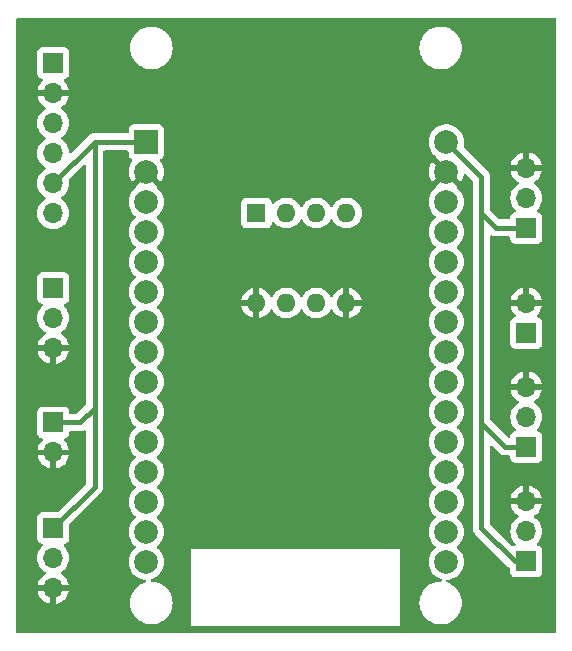
<source format=gbr>
%TF.GenerationSoftware,KiCad,Pcbnew,7.0.5-0*%
%TF.CreationDate,2023-07-19T18:28:50-07:00*%
%TF.ProjectId,tasty-totem-board,74617374-792d-4746-9f74-656d2d626f61,0.1*%
%TF.SameCoordinates,Original*%
%TF.FileFunction,Copper,L2,Bot*%
%TF.FilePolarity,Positive*%
%FSLAX46Y46*%
G04 Gerber Fmt 4.6, Leading zero omitted, Abs format (unit mm)*
G04 Created by KiCad (PCBNEW 7.0.5-0) date 2023-07-19 18:28:50*
%MOMM*%
%LPD*%
G01*
G04 APERTURE LIST*
%TA.AperFunction,ComponentPad*%
%ADD10R,1.700000X1.700000*%
%TD*%
%TA.AperFunction,ComponentPad*%
%ADD11O,1.700000X1.700000*%
%TD*%
%TA.AperFunction,ComponentPad*%
%ADD12O,1.600000X1.600000*%
%TD*%
%TA.AperFunction,ComponentPad*%
%ADD13R,1.600000X1.600000*%
%TD*%
%TA.AperFunction,ComponentPad*%
%ADD14C,2.000000*%
%TD*%
%TA.AperFunction,ComponentPad*%
%ADD15R,2.000000X2.000000*%
%TD*%
%TA.AperFunction,Conductor*%
%ADD16C,0.450000*%
%TD*%
G04 APERTURE END LIST*
D10*
%TO.P,J8,1,Pin_1*%
%TO.N,+5V*%
X184150000Y-76200000D03*
D11*
%TO.P,J8,2,Pin_2*%
%TO.N,/SIGA*%
X184150000Y-73660000D03*
%TO.P,J8,3,Pin_3*%
%TO.N,GND*%
X184150000Y-71120000D03*
%TD*%
D10*
%TO.P,J7,1,Pin_1*%
%TO.N,+5V*%
X184150000Y-94740000D03*
D11*
%TO.P,J7,2,Pin_2*%
%TO.N,/LIGHT SENSOR*%
X184150000Y-92200000D03*
%TO.P,J7,3,Pin_3*%
%TO.N,GND*%
X184150000Y-89660000D03*
%TD*%
D10*
%TO.P,J6,1,Pin_1*%
%TO.N,+5V*%
X184150000Y-104440000D03*
D11*
%TO.P,J6,2,Pin_2*%
%TO.N,/AUX Strip*%
X184150000Y-101900000D03*
%TO.P,J6,3,Pin_3*%
%TO.N,GND*%
X184150000Y-99360000D03*
%TD*%
D10*
%TO.P,J5,1,Pin_1*%
%TO.N,/ACTIVATION SWITCH*%
X184150000Y-85090000D03*
D11*
%TO.P,J5,2,Pin_2*%
%TO.N,GND*%
X184150000Y-82550000D03*
%TD*%
D12*
%TO.P,U2,8,GND*%
%TO.N,GND*%
X161300000Y-82560000D03*
%TO.P,U2,7,IB*%
%TO.N,/MOTOR PWM 2*%
X163840000Y-82560000D03*
%TO.P,U2,6,IA*%
%TO.N,/MOTOR PWM 1*%
X166380000Y-82560000D03*
%TO.P,U2,5,GND*%
%TO.N,GND*%
X168920000Y-82560000D03*
%TO.P,U2,4,OB*%
%TO.N,/MOTOR POWER INPUT M2*%
X168920000Y-74940000D03*
%TO.P,U2,3,VCC*%
%TO.N,+5V*%
X166380000Y-74940000D03*
%TO.P,U2,2,VCC*%
X163840000Y-74940000D03*
D13*
%TO.P,U2,1,OA*%
%TO.N,/MOTOR POWER INPUT M1 *%
X161300000Y-74940000D03*
%TD*%
D10*
%TO.P,J4,1,Pin_1*%
%TO.N,+5V*%
X144100000Y-81295000D03*
D11*
%TO.P,J4,2,Pin_2*%
%TO.N,/LED Strobe*%
X144100000Y-83835000D03*
%TO.P,J4,3,Pin_3*%
%TO.N,GND*%
X144100000Y-86375000D03*
%TD*%
%TO.P,J3,2,Pin_2*%
%TO.N,GND*%
X144100000Y-95220000D03*
D10*
%TO.P,J3,1,Pin_1*%
%TO.N,+3.3V*%
X144100000Y-92680000D03*
%TD*%
%TO.P,J2,1,Pin_1*%
%TO.N,+3.3V*%
X144100000Y-101615000D03*
D11*
%TO.P,J2,2,Pin_2*%
%TO.N,/IR Signal*%
X144100000Y-104155000D03*
%TO.P,J2,3,Pin_3*%
%TO.N,GND*%
X144100000Y-106695000D03*
%TD*%
D10*
%TO.P,J1,1,Pin_1*%
%TO.N,/MOTOR POWER INPUT M1 *%
X144100000Y-62255000D03*
D11*
%TO.P,J1,2,Pin_2*%
%TO.N,GND*%
X144100000Y-64795000D03*
%TO.P,J1,3,Pin_3*%
%TO.N,/B PHASE OF C1 ENCODER*%
X144100000Y-67335000D03*
%TO.P,J1,4,Pin_4*%
%TO.N,/A PHASE OF C2 ENCODER*%
X144100000Y-69875000D03*
%TO.P,J1,5,Pin_5*%
%TO.N,+3.3V*%
X144100000Y-72415000D03*
%TO.P,J1,6,Pin_6*%
%TO.N,/MOTOR POWER INPUT M2*%
X144100000Y-74955000D03*
%TD*%
D14*
%TO.P,U1,16,EN*%
%TO.N,unconnected-(U1-EN-Pad16)*%
X177380000Y-104480000D03*
%TO.P,U1,17,VP*%
%TO.N,unconnected-(U1-VP-Pad17)*%
X177380000Y-101940000D03*
%TO.P,U1,18,VN*%
%TO.N,unconnected-(U1-VN-Pad18)*%
X177380000Y-99400000D03*
%TO.P,U1,19,D34*%
%TO.N,/AUX Strip*%
X177380000Y-96860000D03*
%TO.P,U1,20,D35*%
%TO.N,unconnected-(U1-D35-Pad20)*%
X177380000Y-94320000D03*
%TO.P,U1,21,D32*%
%TO.N,/LIGHT SENSOR*%
X177380000Y-91780000D03*
%TO.P,U1,22,D33*%
%TO.N,unconnected-(U1-D33-Pad22)*%
X177380000Y-89240000D03*
%TO.P,U1,23,D25*%
%TO.N,unconnected-(U1-D25-Pad23)*%
X177380000Y-86700000D03*
%TO.P,U1,24,D26*%
%TO.N,/ACTIVATION SWITCH*%
X177380000Y-84160000D03*
%TO.P,U1,25,D27*%
%TO.N,unconnected-(U1-D27-Pad25)*%
X177380000Y-81620000D03*
%TO.P,U1,26,D14*%
%TO.N,unconnected-(U1-D14-Pad26)*%
X177380000Y-79080000D03*
%TO.P,U1,27,D12*%
%TO.N,unconnected-(U1-D12-Pad27)*%
X177380000Y-76540000D03*
%TO.P,U1,28,D13*%
%TO.N,/SIGA*%
X177380000Y-74000000D03*
%TO.P,U1,29,GND*%
%TO.N,GND*%
X177380000Y-71460000D03*
%TO.P,U1,30,VIN*%
%TO.N,+5V*%
X177380000Y-68920000D03*
%TO.P,U1,15,D23*%
%TO.N,unconnected-(U1-D23-Pad15)*%
X151980000Y-104480000D03*
%TO.P,U1,14,D22*%
%TO.N,unconnected-(U1-D22-Pad14)*%
X151980000Y-101940000D03*
%TO.P,U1,13,TX0*%
%TO.N,unconnected-(U1-TX0-Pad13)*%
X151980000Y-99400000D03*
%TO.P,U1,12,RX0*%
%TO.N,unconnected-(U1-RX0-Pad12)*%
X151980000Y-96860000D03*
%TO.P,U1,11,D21*%
%TO.N,/IR Signal*%
X151980000Y-94320000D03*
%TO.P,U1,10,D19*%
%TO.N,/MOTOR PWM 1*%
X151980000Y-91780000D03*
%TO.P,U1,9,D18*%
%TO.N,/MOTOR PWM 2*%
X151980000Y-89240000D03*
%TO.P,U1,8,D5*%
%TO.N,/LED Strobe*%
X151980000Y-86700000D03*
%TO.P,U1,7,TX2*%
%TO.N,unconnected-(U1-TX2-Pad7)*%
X151980000Y-84160000D03*
%TO.P,U1,6,RX2*%
%TO.N,unconnected-(U1-RX2-Pad6)*%
X151980000Y-81620000D03*
%TO.P,U1,5,D4*%
%TO.N,unconnected-(U1-D4-Pad5)*%
X151980000Y-79080000D03*
%TO.P,U1,4,D2*%
%TO.N,/A PHASE OF C2 ENCODER*%
X151980000Y-76540000D03*
%TO.P,U1,3,D15*%
%TO.N,/B PHASE OF C1 ENCODER*%
X151980000Y-74000000D03*
%TO.P,U1,2,GND*%
%TO.N,GND*%
X151980000Y-71460000D03*
D15*
%TO.P,U1,1,3V3*%
%TO.N,+3.3V*%
X151980000Y-68920000D03*
%TD*%
D16*
%TO.N,+5V*%
X180340000Y-71880000D02*
X180340000Y-74930000D01*
X180340000Y-74930000D02*
X180340000Y-92710000D01*
X184150000Y-76200000D02*
X181610000Y-76200000D01*
X181610000Y-76200000D02*
X180340000Y-74930000D01*
X180340000Y-92710000D02*
X180340000Y-101600000D01*
X184150000Y-94740000D02*
X182370000Y-94740000D01*
X182370000Y-94740000D02*
X180340000Y-92710000D01*
X180340000Y-101600000D02*
X183180000Y-104440000D01*
X183180000Y-104440000D02*
X184150000Y-104440000D01*
X177380000Y-68920000D02*
X180340000Y-71880000D01*
%TO.N,+3.3V*%
X147595000Y-98120000D02*
X147595000Y-91440000D01*
X147595000Y-91440000D02*
X147595000Y-68920000D01*
X144100000Y-92680000D02*
X146355000Y-92680000D01*
X146355000Y-92680000D02*
X147595000Y-91440000D01*
X144100000Y-101615000D02*
X147595000Y-98120000D01*
X144100000Y-72415000D02*
X147595000Y-68920000D01*
X147595000Y-68920000D02*
X151980000Y-68920000D01*
%TD*%
%TA.AperFunction,Conductor*%
%TO.N,GND*%
G36*
X186632539Y-58440185D02*
G01*
X186678294Y-58492989D01*
X186689500Y-58544500D01*
X186689500Y-110365500D01*
X186669815Y-110432539D01*
X186617011Y-110478294D01*
X186565500Y-110489500D01*
X141094500Y-110489500D01*
X141027461Y-110469815D01*
X140981706Y-110417011D01*
X140970500Y-110365500D01*
X140970500Y-104155000D01*
X142744341Y-104155000D01*
X142764936Y-104390403D01*
X142764938Y-104390413D01*
X142826094Y-104618655D01*
X142826096Y-104618659D01*
X142826097Y-104618663D01*
X142877000Y-104727824D01*
X142925965Y-104832830D01*
X142925967Y-104832834D01*
X143061501Y-105026395D01*
X143061506Y-105026402D01*
X143228597Y-105193493D01*
X143228603Y-105193498D01*
X143414594Y-105323730D01*
X143458219Y-105378307D01*
X143465413Y-105447805D01*
X143433890Y-105510160D01*
X143414595Y-105526880D01*
X143228922Y-105656890D01*
X143228920Y-105656891D01*
X143061891Y-105823920D01*
X143061886Y-105823926D01*
X142926400Y-106017420D01*
X142926399Y-106017422D01*
X142826570Y-106231507D01*
X142826567Y-106231513D01*
X142769364Y-106444999D01*
X142769364Y-106445000D01*
X143666314Y-106445000D01*
X143640507Y-106485156D01*
X143600000Y-106623111D01*
X143600000Y-106766889D01*
X143640507Y-106904844D01*
X143666314Y-106945000D01*
X142769364Y-106945000D01*
X142826567Y-107158486D01*
X142826570Y-107158492D01*
X142926399Y-107372578D01*
X143061894Y-107566082D01*
X143228917Y-107733105D01*
X143422421Y-107868600D01*
X143636507Y-107968429D01*
X143636516Y-107968433D01*
X143850000Y-108025634D01*
X143850000Y-107130501D01*
X143957685Y-107179680D01*
X144064237Y-107195000D01*
X144135763Y-107195000D01*
X144242315Y-107179680D01*
X144350000Y-107130501D01*
X144350000Y-108025633D01*
X144563483Y-107968433D01*
X144563492Y-107968429D01*
X144777578Y-107868600D01*
X144971082Y-107733105D01*
X145138105Y-107566082D01*
X145273600Y-107372578D01*
X145373429Y-107158492D01*
X145373432Y-107158486D01*
X145430636Y-106945000D01*
X144533686Y-106945000D01*
X144559493Y-106904844D01*
X144600000Y-106766889D01*
X144600000Y-106623111D01*
X144559493Y-106485156D01*
X144533686Y-106445000D01*
X145430636Y-106445000D01*
X145430635Y-106444999D01*
X145373432Y-106231513D01*
X145373429Y-106231507D01*
X145273600Y-106017422D01*
X145273599Y-106017420D01*
X145138113Y-105823926D01*
X145138108Y-105823920D01*
X144971078Y-105656890D01*
X144785405Y-105526879D01*
X144741780Y-105472302D01*
X144734588Y-105402804D01*
X144766110Y-105340449D01*
X144785406Y-105323730D01*
X144971401Y-105193495D01*
X145138495Y-105026401D01*
X145274035Y-104832830D01*
X145373903Y-104618663D01*
X145435063Y-104390408D01*
X145455659Y-104155000D01*
X145435063Y-103919592D01*
X145373903Y-103691337D01*
X145274035Y-103477171D01*
X145200577Y-103372262D01*
X145138496Y-103283600D01*
X145087348Y-103232452D01*
X145016567Y-103161671D01*
X144983084Y-103100351D01*
X144988068Y-103030659D01*
X145029939Y-102974725D01*
X145060915Y-102957810D01*
X145192331Y-102908796D01*
X145307546Y-102822546D01*
X145393796Y-102707331D01*
X145444091Y-102572483D01*
X145450500Y-102512873D01*
X145450499Y-101341872D01*
X145470184Y-101274834D01*
X145486813Y-101254197D01*
X148064246Y-98676764D01*
X148077872Y-98664988D01*
X148096258Y-98651302D01*
X148128673Y-98612669D01*
X148132315Y-98608696D01*
X148137885Y-98603127D01*
X148157060Y-98578874D01*
X148158071Y-98577635D01*
X148205273Y-98521383D01*
X148205277Y-98521374D01*
X148209246Y-98515342D01*
X148209329Y-98515396D01*
X148212980Y-98509665D01*
X148212896Y-98509613D01*
X148216687Y-98503467D01*
X148216687Y-98503465D01*
X148216689Y-98503464D01*
X148247717Y-98436920D01*
X148248441Y-98435427D01*
X148281388Y-98369825D01*
X148281390Y-98369814D01*
X148283859Y-98363035D01*
X148283950Y-98363068D01*
X148286185Y-98356638D01*
X148286092Y-98356607D01*
X148288358Y-98349765D01*
X148288363Y-98349756D01*
X148303199Y-98277898D01*
X148303579Y-98276189D01*
X148315036Y-98227854D01*
X148320500Y-98204799D01*
X148320500Y-98204798D01*
X148320501Y-98204794D01*
X148321339Y-98197626D01*
X148321434Y-98197637D01*
X148322127Y-98190860D01*
X148322030Y-98190852D01*
X148322659Y-98183667D01*
X148320526Y-98110352D01*
X148320500Y-98108549D01*
X148320500Y-91526793D01*
X148322127Y-91510867D01*
X148322031Y-91510859D01*
X148322660Y-91503667D01*
X148320526Y-91430317D01*
X148320500Y-91428514D01*
X148320500Y-69769500D01*
X148340185Y-69702461D01*
X148392989Y-69656706D01*
X148444500Y-69645500D01*
X150355501Y-69645500D01*
X150422540Y-69665185D01*
X150468295Y-69717989D01*
X150479501Y-69769500D01*
X150479501Y-69967876D01*
X150485908Y-70027483D01*
X150536202Y-70162328D01*
X150536206Y-70162335D01*
X150622452Y-70277544D01*
X150622455Y-70277547D01*
X150737663Y-70363793D01*
X150742799Y-70366597D01*
X150792205Y-70416002D01*
X150807057Y-70484275D01*
X150787182Y-70543251D01*
X150656267Y-70743632D01*
X150556412Y-70971282D01*
X150495387Y-71212261D01*
X150495385Y-71212270D01*
X150474859Y-71459994D01*
X150474859Y-71460005D01*
X150495385Y-71707729D01*
X150495387Y-71707738D01*
X150556412Y-71948717D01*
X150656266Y-72176364D01*
X150756564Y-72329882D01*
X151488866Y-71597579D01*
X151511318Y-71674040D01*
X151590605Y-71797413D01*
X151701438Y-71893451D01*
X151834839Y-71954373D01*
X151838634Y-71954918D01*
X151109942Y-72683609D01*
X151111343Y-72706177D01*
X151095850Y-72774307D01*
X151063744Y-72811713D01*
X150960258Y-72892260D01*
X150791833Y-73075217D01*
X150655826Y-73283393D01*
X150555936Y-73511118D01*
X150494892Y-73752175D01*
X150494890Y-73752187D01*
X150474357Y-73999994D01*
X150474357Y-74000005D01*
X150494890Y-74247812D01*
X150494892Y-74247824D01*
X150555936Y-74488881D01*
X150655826Y-74716606D01*
X150791833Y-74924782D01*
X150805842Y-74940000D01*
X150960256Y-75107738D01*
X151043008Y-75172147D01*
X151083821Y-75228857D01*
X151087496Y-75298630D01*
X151052864Y-75359313D01*
X151043014Y-75367848D01*
X151019055Y-75386497D01*
X150960257Y-75432261D01*
X150791833Y-75615217D01*
X150655826Y-75823393D01*
X150555936Y-76051118D01*
X150494892Y-76292175D01*
X150494890Y-76292187D01*
X150474357Y-76539994D01*
X150474357Y-76540005D01*
X150494890Y-76787812D01*
X150494892Y-76787824D01*
X150555936Y-77028881D01*
X150655826Y-77256606D01*
X150791833Y-77464782D01*
X150791836Y-77464785D01*
X150960256Y-77647738D01*
X151043008Y-77712147D01*
X151083821Y-77768857D01*
X151087496Y-77838630D01*
X151052864Y-77899313D01*
X151043014Y-77907848D01*
X150984400Y-77953469D01*
X150960257Y-77972261D01*
X150791833Y-78155217D01*
X150655826Y-78363393D01*
X150555936Y-78591118D01*
X150494892Y-78832175D01*
X150494890Y-78832187D01*
X150474357Y-79079994D01*
X150474357Y-79080005D01*
X150494890Y-79327812D01*
X150494892Y-79327824D01*
X150555936Y-79568881D01*
X150655826Y-79796606D01*
X150791833Y-80004782D01*
X150791836Y-80004785D01*
X150960256Y-80187738D01*
X151043008Y-80252147D01*
X151083821Y-80308857D01*
X151087496Y-80378630D01*
X151052864Y-80439313D01*
X151043014Y-80447848D01*
X150984400Y-80493469D01*
X150960257Y-80512261D01*
X150791833Y-80695217D01*
X150655826Y-80903393D01*
X150555936Y-81131118D01*
X150494892Y-81372175D01*
X150494890Y-81372187D01*
X150474357Y-81619994D01*
X150474357Y-81620005D01*
X150494890Y-81867812D01*
X150494892Y-81867824D01*
X150555936Y-82108881D01*
X150655826Y-82336606D01*
X150791833Y-82544782D01*
X150791836Y-82544785D01*
X150960256Y-82727738D01*
X151043008Y-82792147D01*
X151083821Y-82848857D01*
X151087496Y-82918630D01*
X151052864Y-82979313D01*
X151043014Y-82987848D01*
X151010068Y-83013492D01*
X150960257Y-83052261D01*
X150791833Y-83235217D01*
X150655826Y-83443393D01*
X150555936Y-83671118D01*
X150494892Y-83912175D01*
X150494890Y-83912187D01*
X150474357Y-84159994D01*
X150474357Y-84160005D01*
X150494890Y-84407812D01*
X150494892Y-84407824D01*
X150555936Y-84648881D01*
X150655826Y-84876606D01*
X150791833Y-85084782D01*
X150791836Y-85084785D01*
X150960256Y-85267738D01*
X151043008Y-85332147D01*
X151083821Y-85388857D01*
X151087496Y-85458630D01*
X151052864Y-85519313D01*
X151043014Y-85527848D01*
X150984400Y-85573469D01*
X150960257Y-85592261D01*
X150791833Y-85775217D01*
X150655826Y-85983393D01*
X150555936Y-86211118D01*
X150494892Y-86452175D01*
X150494890Y-86452187D01*
X150474357Y-86699994D01*
X150474357Y-86700005D01*
X150494890Y-86947812D01*
X150494892Y-86947824D01*
X150555936Y-87188881D01*
X150655826Y-87416606D01*
X150791833Y-87624782D01*
X150824245Y-87659991D01*
X150960256Y-87807738D01*
X151043008Y-87872147D01*
X151083821Y-87928857D01*
X151087496Y-87998630D01*
X151052864Y-88059313D01*
X151043014Y-88067848D01*
X150984400Y-88113469D01*
X150960257Y-88132261D01*
X150791833Y-88315217D01*
X150655826Y-88523393D01*
X150555936Y-88751118D01*
X150494892Y-88992175D01*
X150494890Y-88992187D01*
X150474357Y-89239994D01*
X150474357Y-89240005D01*
X150494890Y-89487812D01*
X150494892Y-89487824D01*
X150555936Y-89728881D01*
X150655826Y-89956606D01*
X150791833Y-90164782D01*
X150791836Y-90164785D01*
X150960256Y-90347738D01*
X151043008Y-90412147D01*
X151083821Y-90468857D01*
X151087496Y-90538630D01*
X151052864Y-90599313D01*
X151043014Y-90607848D01*
X150984400Y-90653469D01*
X150960257Y-90672261D01*
X150791833Y-90855217D01*
X150655826Y-91063393D01*
X150555936Y-91291118D01*
X150494892Y-91532175D01*
X150494890Y-91532187D01*
X150474357Y-91779994D01*
X150474357Y-91780005D01*
X150494890Y-92027812D01*
X150494892Y-92027824D01*
X150555936Y-92268881D01*
X150655826Y-92496606D01*
X150791833Y-92704782D01*
X150791836Y-92704785D01*
X150960256Y-92887738D01*
X151043008Y-92952147D01*
X151083821Y-93008857D01*
X151087496Y-93078630D01*
X151052864Y-93139313D01*
X151043014Y-93147848D01*
X150986457Y-93191869D01*
X150960257Y-93212261D01*
X150791833Y-93395217D01*
X150655826Y-93603393D01*
X150555936Y-93831118D01*
X150494892Y-94072175D01*
X150494890Y-94072187D01*
X150474357Y-94319994D01*
X150474357Y-94320005D01*
X150494890Y-94567812D01*
X150494892Y-94567824D01*
X150555936Y-94808881D01*
X150655826Y-95036606D01*
X150791833Y-95244782D01*
X150791836Y-95244785D01*
X150960256Y-95427738D01*
X151043008Y-95492147D01*
X151083821Y-95548857D01*
X151087496Y-95618630D01*
X151052864Y-95679313D01*
X151043014Y-95687848D01*
X151001706Y-95720000D01*
X150960257Y-95752261D01*
X150791833Y-95935217D01*
X150655826Y-96143393D01*
X150555936Y-96371118D01*
X150494892Y-96612175D01*
X150494890Y-96612187D01*
X150474357Y-96859994D01*
X150474357Y-96860005D01*
X150494890Y-97107812D01*
X150494892Y-97107824D01*
X150555936Y-97348881D01*
X150655826Y-97576606D01*
X150791833Y-97784782D01*
X150791836Y-97784785D01*
X150960256Y-97967738D01*
X151043008Y-98032147D01*
X151083821Y-98088857D01*
X151087496Y-98158630D01*
X151052864Y-98219313D01*
X151043014Y-98227848D01*
X150984400Y-98273469D01*
X150960257Y-98292261D01*
X150791833Y-98475217D01*
X150655826Y-98683393D01*
X150555936Y-98911118D01*
X150494892Y-99152175D01*
X150494890Y-99152187D01*
X150474357Y-99399994D01*
X150474357Y-99400005D01*
X150494890Y-99647812D01*
X150494892Y-99647824D01*
X150555936Y-99888881D01*
X150655826Y-100116606D01*
X150791833Y-100324782D01*
X150791836Y-100324785D01*
X150960256Y-100507738D01*
X151043008Y-100572146D01*
X151083820Y-100628856D01*
X151087495Y-100698629D01*
X151052864Y-100759312D01*
X151043009Y-100767852D01*
X150960255Y-100832262D01*
X150791833Y-101015217D01*
X150655826Y-101223393D01*
X150555936Y-101451118D01*
X150494892Y-101692175D01*
X150494890Y-101692187D01*
X150474357Y-101939994D01*
X150474357Y-101940005D01*
X150494890Y-102187812D01*
X150494892Y-102187824D01*
X150555936Y-102428881D01*
X150655826Y-102656606D01*
X150791833Y-102864782D01*
X150791836Y-102864785D01*
X150960256Y-103047738D01*
X151043008Y-103112147D01*
X151083821Y-103168857D01*
X151087496Y-103238630D01*
X151052864Y-103299313D01*
X151043014Y-103307848D01*
X150984400Y-103353469D01*
X150960257Y-103372261D01*
X150791833Y-103555217D01*
X150655826Y-103763393D01*
X150555936Y-103991118D01*
X150494892Y-104232175D01*
X150494890Y-104232187D01*
X150474357Y-104479994D01*
X150474357Y-104480005D01*
X150494890Y-104727812D01*
X150494892Y-104727824D01*
X150555936Y-104968881D01*
X150655826Y-105196606D01*
X150791833Y-105404782D01*
X150791836Y-105404785D01*
X150960256Y-105587738D01*
X151156491Y-105740474D01*
X151375190Y-105858828D01*
X151610386Y-105939571D01*
X151855665Y-105980500D01*
X151855671Y-105980501D01*
X151860776Y-105980924D01*
X151860644Y-105982505D01*
X151920855Y-106000185D01*
X151966610Y-106052989D01*
X151976554Y-106122147D01*
X151947529Y-106185703D01*
X151890366Y-106222991D01*
X151740358Y-106269262D01*
X151497230Y-106386346D01*
X151274258Y-106538365D01*
X151076442Y-106721910D01*
X150908185Y-106932898D01*
X150773258Y-107166599D01*
X150773256Y-107166603D01*
X150674666Y-107417804D01*
X150674664Y-107417811D01*
X150614616Y-107680898D01*
X150594451Y-107949995D01*
X150594451Y-107950004D01*
X150614616Y-108219101D01*
X150674259Y-108480412D01*
X150674666Y-108482195D01*
X150773257Y-108733398D01*
X150908185Y-108967102D01*
X151044080Y-109137509D01*
X151076442Y-109178089D01*
X151263183Y-109351358D01*
X151274259Y-109361635D01*
X151497226Y-109513651D01*
X151740359Y-109630738D01*
X151998228Y-109710280D01*
X151998229Y-109710280D01*
X151998232Y-109710281D01*
X152265063Y-109750499D01*
X152265068Y-109750499D01*
X152265071Y-109750500D01*
X152265072Y-109750500D01*
X152534928Y-109750500D01*
X152534929Y-109750500D01*
X152574949Y-109744468D01*
X152801767Y-109710281D01*
X152801768Y-109710280D01*
X152801772Y-109710280D01*
X153059641Y-109630738D01*
X153302775Y-109513651D01*
X153525741Y-109361635D01*
X153723561Y-109178085D01*
X153891815Y-108967102D01*
X154026743Y-108733398D01*
X154125334Y-108482195D01*
X154185383Y-108219103D01*
X154205549Y-107950000D01*
X154185383Y-107680897D01*
X154125334Y-107417805D01*
X154026743Y-107166602D01*
X153891815Y-106932898D01*
X153723561Y-106721915D01*
X153723560Y-106721914D01*
X153723557Y-106721910D01*
X153525741Y-106538365D01*
X153447698Y-106485156D01*
X153302775Y-106386349D01*
X153302769Y-106386346D01*
X153302768Y-106386345D01*
X153302767Y-106386344D01*
X153059643Y-106269263D01*
X153059645Y-106269263D01*
X152801773Y-106189720D01*
X152801767Y-106189718D01*
X152534936Y-106149500D01*
X152534929Y-106149500D01*
X152481204Y-106149500D01*
X152414165Y-106129815D01*
X152368410Y-106077011D01*
X152358466Y-106007853D01*
X152387491Y-105944297D01*
X152440941Y-105908219D01*
X152507456Y-105885383D01*
X152584810Y-105858828D01*
X152803509Y-105740474D01*
X152999744Y-105587738D01*
X153168164Y-105404785D01*
X153304173Y-105196607D01*
X153404063Y-104968881D01*
X153465108Y-104727821D01*
X153485643Y-104480000D01*
X153478219Y-104390408D01*
X153465109Y-104232187D01*
X153465107Y-104232175D01*
X153404063Y-103991118D01*
X153304173Y-103763393D01*
X153168166Y-103555217D01*
X153146557Y-103531744D01*
X153043690Y-103420000D01*
X155770000Y-103420000D01*
X155770000Y-109910000D01*
X173460000Y-109910000D01*
X173460000Y-107950004D01*
X175105451Y-107950004D01*
X175125616Y-108219101D01*
X175185259Y-108480412D01*
X175185666Y-108482195D01*
X175284257Y-108733398D01*
X175419185Y-108967102D01*
X175555080Y-109137509D01*
X175587442Y-109178089D01*
X175774183Y-109351358D01*
X175785259Y-109361635D01*
X176008226Y-109513651D01*
X176251359Y-109630738D01*
X176509228Y-109710280D01*
X176509229Y-109710280D01*
X176509232Y-109710281D01*
X176776063Y-109750499D01*
X176776068Y-109750499D01*
X176776071Y-109750500D01*
X176776072Y-109750500D01*
X177045928Y-109750500D01*
X177045929Y-109750500D01*
X177085949Y-109744468D01*
X177312767Y-109710281D01*
X177312768Y-109710280D01*
X177312772Y-109710280D01*
X177570641Y-109630738D01*
X177813775Y-109513651D01*
X178036741Y-109361635D01*
X178234561Y-109178085D01*
X178402815Y-108967102D01*
X178537743Y-108733398D01*
X178636334Y-108482195D01*
X178696383Y-108219103D01*
X178716549Y-107950000D01*
X178696383Y-107680897D01*
X178636334Y-107417805D01*
X178537743Y-107166602D01*
X178402815Y-106932898D01*
X178234561Y-106721915D01*
X178234560Y-106721914D01*
X178234557Y-106721910D01*
X178036741Y-106538365D01*
X177958698Y-106485156D01*
X177813775Y-106386349D01*
X177813769Y-106386346D01*
X177813768Y-106386345D01*
X177813767Y-106386344D01*
X177570643Y-106269263D01*
X177570645Y-106269263D01*
X177420634Y-106222991D01*
X177362375Y-106184420D01*
X177334217Y-106120476D01*
X177345101Y-106051459D01*
X177391570Y-105999282D01*
X177457184Y-105980500D01*
X177504335Y-105980500D01*
X177749614Y-105939571D01*
X177984810Y-105858828D01*
X178203509Y-105740474D01*
X178399744Y-105587738D01*
X178568164Y-105404785D01*
X178704173Y-105196607D01*
X178804063Y-104968881D01*
X178865108Y-104727821D01*
X178885643Y-104480000D01*
X178865108Y-104232179D01*
X178804063Y-103991119D01*
X178772688Y-103919592D01*
X178704173Y-103763393D01*
X178568166Y-103555217D01*
X178546557Y-103531744D01*
X178399744Y-103372262D01*
X178316991Y-103307852D01*
X178276179Y-103251143D01*
X178272504Y-103181370D01*
X178307136Y-103120687D01*
X178316985Y-103112151D01*
X178399744Y-103047738D01*
X178568164Y-102864785D01*
X178704173Y-102656607D01*
X178804063Y-102428881D01*
X178865108Y-102187821D01*
X178869452Y-102135403D01*
X178881576Y-101989080D01*
X178885643Y-101940000D01*
X178865108Y-101692179D01*
X178858122Y-101664592D01*
X178804063Y-101451118D01*
X178704173Y-101223393D01*
X178568166Y-101015217D01*
X178546557Y-100991744D01*
X178399744Y-100832262D01*
X178316991Y-100767852D01*
X178276179Y-100711143D01*
X178272504Y-100641370D01*
X178307136Y-100580687D01*
X178316985Y-100572151D01*
X178399744Y-100507738D01*
X178568164Y-100324785D01*
X178704173Y-100116607D01*
X178804063Y-99888881D01*
X178865108Y-99647821D01*
X178885643Y-99400000D01*
X178865108Y-99152179D01*
X178804063Y-98911119D01*
X178797656Y-98896513D01*
X178704173Y-98683393D01*
X178568166Y-98475217D01*
X178531468Y-98435353D01*
X178399744Y-98292262D01*
X178316991Y-98227852D01*
X178276179Y-98171143D01*
X178272504Y-98101370D01*
X178307136Y-98040687D01*
X178316985Y-98032151D01*
X178399744Y-97967738D01*
X178568164Y-97784785D01*
X178704173Y-97576607D01*
X178804063Y-97348881D01*
X178865108Y-97107821D01*
X178885643Y-96860000D01*
X178865108Y-96612179D01*
X178804063Y-96371119D01*
X178754490Y-96258105D01*
X178704173Y-96143393D01*
X178568166Y-95935217D01*
X178473456Y-95832335D01*
X178399744Y-95752262D01*
X178316991Y-95687852D01*
X178276179Y-95631143D01*
X178272504Y-95561370D01*
X178307136Y-95500687D01*
X178316985Y-95492151D01*
X178399744Y-95427738D01*
X178568164Y-95244785D01*
X178704173Y-95036607D01*
X178804063Y-94808881D01*
X178865108Y-94567821D01*
X178885643Y-94320000D01*
X178869927Y-94130337D01*
X178865109Y-94072187D01*
X178865107Y-94072175D01*
X178804063Y-93831118D01*
X178704173Y-93603393D01*
X178568166Y-93395217D01*
X178516449Y-93339038D01*
X178399744Y-93212262D01*
X178316991Y-93147852D01*
X178276179Y-93091143D01*
X178272504Y-93021370D01*
X178307136Y-92960687D01*
X178316985Y-92952151D01*
X178399744Y-92887738D01*
X178568164Y-92704785D01*
X178704173Y-92496607D01*
X178804063Y-92268881D01*
X178865108Y-92027821D01*
X178885643Y-91780000D01*
X178865108Y-91532179D01*
X178857888Y-91503667D01*
X178804063Y-91291118D01*
X178704173Y-91063393D01*
X178568166Y-90855217D01*
X178543220Y-90828119D01*
X178399744Y-90672262D01*
X178316991Y-90607852D01*
X178276179Y-90551143D01*
X178272504Y-90481370D01*
X178307136Y-90420687D01*
X178316985Y-90412151D01*
X178399744Y-90347738D01*
X178568164Y-90164785D01*
X178704173Y-89956607D01*
X178804063Y-89728881D01*
X178865108Y-89487821D01*
X178885643Y-89240000D01*
X178865108Y-88992179D01*
X178804063Y-88751119D01*
X178704173Y-88523393D01*
X178680004Y-88486399D01*
X178568166Y-88315217D01*
X178546557Y-88291744D01*
X178399744Y-88132262D01*
X178316991Y-88067852D01*
X178276179Y-88011143D01*
X178272504Y-87941370D01*
X178307136Y-87880687D01*
X178316985Y-87872151D01*
X178399744Y-87807738D01*
X178568164Y-87624785D01*
X178704173Y-87416607D01*
X178804063Y-87188881D01*
X178865108Y-86947821D01*
X178885643Y-86700000D01*
X178865108Y-86452179D01*
X178862150Y-86440498D01*
X178804063Y-86211118D01*
X178704173Y-85983393D01*
X178568166Y-85775217D01*
X178546557Y-85751744D01*
X178399744Y-85592262D01*
X178316991Y-85527852D01*
X178276179Y-85471143D01*
X178272504Y-85401370D01*
X178307136Y-85340687D01*
X178316985Y-85332151D01*
X178399744Y-85267738D01*
X178568164Y-85084785D01*
X178704173Y-84876607D01*
X178804063Y-84648881D01*
X178865108Y-84407821D01*
X178885643Y-84160000D01*
X178872192Y-83997669D01*
X178865109Y-83912187D01*
X178865107Y-83912175D01*
X178804063Y-83671118D01*
X178704173Y-83443393D01*
X178568166Y-83235217D01*
X178496319Y-83157171D01*
X178399744Y-83052262D01*
X178316991Y-82987852D01*
X178276179Y-82931143D01*
X178272504Y-82861370D01*
X178307136Y-82800687D01*
X178316985Y-82792151D01*
X178399744Y-82727738D01*
X178568164Y-82544785D01*
X178704173Y-82336607D01*
X178804063Y-82108881D01*
X178865108Y-81867821D01*
X178885643Y-81620000D01*
X178865108Y-81372179D01*
X178804063Y-81131119D01*
X178704173Y-80903393D01*
X178568166Y-80695217D01*
X178546557Y-80671744D01*
X178399744Y-80512262D01*
X178316991Y-80447852D01*
X178276179Y-80391143D01*
X178272504Y-80321370D01*
X178307136Y-80260687D01*
X178316985Y-80252151D01*
X178399744Y-80187738D01*
X178568164Y-80004785D01*
X178704173Y-79796607D01*
X178804063Y-79568881D01*
X178865108Y-79327821D01*
X178885643Y-79080000D01*
X178865108Y-78832179D01*
X178804063Y-78591119D01*
X178704173Y-78363393D01*
X178568166Y-78155217D01*
X178546557Y-78131744D01*
X178399744Y-77972262D01*
X178316991Y-77907852D01*
X178276179Y-77851143D01*
X178272504Y-77781370D01*
X178307136Y-77720687D01*
X178316985Y-77712151D01*
X178399744Y-77647738D01*
X178568164Y-77464785D01*
X178704173Y-77256607D01*
X178804063Y-77028881D01*
X178865108Y-76787821D01*
X178868832Y-76742885D01*
X178873750Y-76683529D01*
X178885643Y-76540000D01*
X178873349Y-76391643D01*
X178865109Y-76292187D01*
X178865107Y-76292175D01*
X178804063Y-76051118D01*
X178704173Y-75823393D01*
X178568166Y-75615217D01*
X178546557Y-75591744D01*
X178399744Y-75432262D01*
X178316991Y-75367852D01*
X178276179Y-75311143D01*
X178272504Y-75241370D01*
X178307136Y-75180687D01*
X178316985Y-75172151D01*
X178399744Y-75107738D01*
X178568164Y-74924785D01*
X178704173Y-74716607D01*
X178804063Y-74488881D01*
X178865108Y-74247821D01*
X178885643Y-74000000D01*
X178867617Y-73782454D01*
X178865109Y-73752187D01*
X178865107Y-73752175D01*
X178804063Y-73511118D01*
X178704173Y-73283393D01*
X178568166Y-73075217D01*
X178482509Y-72982169D01*
X178399744Y-72892262D01*
X178296253Y-72811712D01*
X178255442Y-72755003D01*
X178248655Y-72706176D01*
X178250056Y-72683609D01*
X177521365Y-71954918D01*
X177525161Y-71954373D01*
X177658562Y-71893451D01*
X177769395Y-71797413D01*
X177848682Y-71674040D01*
X177871133Y-71597580D01*
X178603434Y-72329882D01*
X178703731Y-72176369D01*
X178803587Y-71948717D01*
X178865872Y-71702766D01*
X178866936Y-71703035D01*
X178895022Y-71645000D01*
X178954629Y-71608547D01*
X179024481Y-71610106D01*
X179074581Y-71640593D01*
X179578180Y-72144192D01*
X179611665Y-72205515D01*
X179614499Y-72231873D01*
X179614499Y-74868118D01*
X179613190Y-74886090D01*
X179609870Y-74908755D01*
X179609869Y-74908758D01*
X179614264Y-74958977D01*
X179614500Y-74964384D01*
X179614500Y-92648111D01*
X179613191Y-92666083D01*
X179609870Y-92688755D01*
X179609869Y-92688758D01*
X179614264Y-92738977D01*
X179614500Y-92744384D01*
X179614500Y-101538111D01*
X179613191Y-101556083D01*
X179609870Y-101578755D01*
X179609869Y-101578758D01*
X179614264Y-101628977D01*
X179614500Y-101634384D01*
X179614500Y-101642259D01*
X179618075Y-101672851D01*
X179618259Y-101674645D01*
X179624650Y-101747707D01*
X179626110Y-101754774D01*
X179626016Y-101754793D01*
X179627493Y-101761452D01*
X179627586Y-101761431D01*
X179629248Y-101768448D01*
X179654327Y-101837350D01*
X179654919Y-101839053D01*
X179677998Y-101908699D01*
X179681050Y-101915244D01*
X179680962Y-101915284D01*
X179683929Y-101921411D01*
X179684015Y-101921368D01*
X179687254Y-101927817D01*
X179687256Y-101927820D01*
X179727562Y-101989104D01*
X179728515Y-101990600D01*
X179767032Y-102053044D01*
X179767034Y-102053046D01*
X179771514Y-102058713D01*
X179771436Y-102058773D01*
X179775733Y-102064048D01*
X179775809Y-102063985D01*
X179780454Y-102069520D01*
X179833802Y-102119851D01*
X179835096Y-102121108D01*
X182623231Y-104909243D01*
X182635007Y-104922868D01*
X182648698Y-104941258D01*
X182665437Y-104955304D01*
X182687325Y-104973671D01*
X182691313Y-104977326D01*
X182696868Y-104982881D01*
X182721019Y-105001978D01*
X182722417Y-105003116D01*
X182755205Y-105030628D01*
X182793907Y-105088799D01*
X182799500Y-105125617D01*
X182799500Y-105337869D01*
X182799501Y-105337876D01*
X182805908Y-105397483D01*
X182856202Y-105532328D01*
X182856206Y-105532335D01*
X182942452Y-105647544D01*
X182942455Y-105647547D01*
X183057664Y-105733793D01*
X183057671Y-105733797D01*
X183192517Y-105784091D01*
X183192516Y-105784091D01*
X183199444Y-105784835D01*
X183252127Y-105790500D01*
X185047872Y-105790499D01*
X185107483Y-105784091D01*
X185242331Y-105733796D01*
X185357546Y-105647546D01*
X185443796Y-105532331D01*
X185494091Y-105397483D01*
X185500500Y-105337873D01*
X185500499Y-103542128D01*
X185494091Y-103482517D01*
X185492096Y-103477169D01*
X185443797Y-103347671D01*
X185443793Y-103347664D01*
X185357547Y-103232455D01*
X185357544Y-103232452D01*
X185242335Y-103146206D01*
X185242328Y-103146202D01*
X185110917Y-103097189D01*
X185054983Y-103055318D01*
X185030566Y-102989853D01*
X185045418Y-102921580D01*
X185066563Y-102893332D01*
X185188495Y-102771401D01*
X185324035Y-102577830D01*
X185423903Y-102363663D01*
X185485063Y-102135408D01*
X185505659Y-101900000D01*
X185485063Y-101664592D01*
X185423903Y-101436337D01*
X185324035Y-101222171D01*
X185188495Y-101028599D01*
X185188494Y-101028597D01*
X185021402Y-100861506D01*
X185021401Y-100861505D01*
X184835405Y-100731269D01*
X184791781Y-100676692D01*
X184784588Y-100607193D01*
X184816110Y-100544839D01*
X184835405Y-100528119D01*
X185021082Y-100398105D01*
X185188105Y-100231082D01*
X185323600Y-100037578D01*
X185423429Y-99823492D01*
X185423432Y-99823486D01*
X185480636Y-99610000D01*
X184583686Y-99610000D01*
X184609493Y-99569844D01*
X184650000Y-99431889D01*
X184650000Y-99288111D01*
X184609493Y-99150156D01*
X184583686Y-99110000D01*
X185480636Y-99110000D01*
X185480635Y-99109999D01*
X185423432Y-98896513D01*
X185423429Y-98896507D01*
X185323600Y-98682422D01*
X185323599Y-98682420D01*
X185188113Y-98488926D01*
X185188108Y-98488920D01*
X185021082Y-98321894D01*
X184827578Y-98186399D01*
X184613492Y-98086570D01*
X184613486Y-98086567D01*
X184400000Y-98029364D01*
X184400000Y-98924498D01*
X184292315Y-98875320D01*
X184185763Y-98860000D01*
X184114237Y-98860000D01*
X184007685Y-98875320D01*
X183900000Y-98924498D01*
X183900000Y-98029364D01*
X183899999Y-98029364D01*
X183686513Y-98086567D01*
X183686507Y-98086570D01*
X183472422Y-98186399D01*
X183472420Y-98186400D01*
X183278926Y-98321886D01*
X183278920Y-98321891D01*
X183111891Y-98488920D01*
X183111886Y-98488926D01*
X182976400Y-98682420D01*
X182976399Y-98682422D01*
X182876570Y-98896507D01*
X182876567Y-98896513D01*
X182819364Y-99109999D01*
X182819364Y-99110000D01*
X183716314Y-99110000D01*
X183690507Y-99150156D01*
X183650000Y-99288111D01*
X183650000Y-99431889D01*
X183690507Y-99569844D01*
X183716314Y-99610000D01*
X182819364Y-99610000D01*
X182876567Y-99823486D01*
X182876570Y-99823492D01*
X182976399Y-100037578D01*
X183111894Y-100231082D01*
X183278917Y-100398105D01*
X183464595Y-100528119D01*
X183508219Y-100582696D01*
X183515412Y-100652195D01*
X183483890Y-100714549D01*
X183464595Y-100731269D01*
X183278594Y-100861508D01*
X183111505Y-101028597D01*
X182975965Y-101222169D01*
X182975964Y-101222171D01*
X182876098Y-101436335D01*
X182876094Y-101436344D01*
X182814938Y-101664586D01*
X182814936Y-101664596D01*
X182794341Y-101899999D01*
X182794341Y-101900000D01*
X182814936Y-102135403D01*
X182814938Y-102135413D01*
X182876094Y-102363655D01*
X182876096Y-102363659D01*
X182876097Y-102363663D01*
X182945680Y-102512883D01*
X182975965Y-102577830D01*
X182975967Y-102577834D01*
X183066643Y-102707331D01*
X183111501Y-102771396D01*
X183111506Y-102771402D01*
X183233430Y-102893326D01*
X183266915Y-102954649D01*
X183261931Y-103024341D01*
X183220059Y-103080274D01*
X183189083Y-103097189D01*
X183057669Y-103146203D01*
X183049886Y-103150454D01*
X183048793Y-103148453D01*
X182995018Y-103168501D01*
X182926747Y-103153639D01*
X182898509Y-103132497D01*
X181101819Y-101335807D01*
X181068334Y-101274484D01*
X181065500Y-101248126D01*
X181065500Y-94760874D01*
X181085185Y-94693835D01*
X181137989Y-94648080D01*
X181207147Y-94638136D01*
X181270703Y-94667161D01*
X181277181Y-94673193D01*
X181813231Y-95209243D01*
X181825007Y-95222868D01*
X181838698Y-95241258D01*
X181855437Y-95255304D01*
X181877325Y-95273671D01*
X181881313Y-95277326D01*
X181886868Y-95282881D01*
X181911019Y-95301978D01*
X181912418Y-95303117D01*
X181956295Y-95339933D01*
X181968617Y-95350273D01*
X181968619Y-95350274D01*
X181974653Y-95354243D01*
X181974599Y-95354324D01*
X181980333Y-95357978D01*
X181980385Y-95357895D01*
X181986534Y-95361687D01*
X181986537Y-95361689D01*
X182053042Y-95392700D01*
X182054565Y-95393437D01*
X182120175Y-95426388D01*
X182120179Y-95426389D01*
X182126964Y-95428859D01*
X182126930Y-95428951D01*
X182133359Y-95431185D01*
X182133390Y-95431093D01*
X182140240Y-95433363D01*
X182140243Y-95433363D01*
X182140244Y-95433364D01*
X182212152Y-95448211D01*
X182213789Y-95448574D01*
X182285201Y-95465500D01*
X182285207Y-95465500D01*
X182292374Y-95466338D01*
X182292362Y-95466435D01*
X182299135Y-95467127D01*
X182299144Y-95467031D01*
X182306334Y-95467660D01*
X182306337Y-95467659D01*
X182306338Y-95467660D01*
X182329788Y-95466977D01*
X182379683Y-95465526D01*
X182381486Y-95465500D01*
X182675501Y-95465500D01*
X182742540Y-95485185D01*
X182788295Y-95537989D01*
X182799501Y-95589500D01*
X182799501Y-95637876D01*
X182805908Y-95697483D01*
X182856202Y-95832328D01*
X182856206Y-95832335D01*
X182942452Y-95947544D01*
X182942455Y-95947547D01*
X183057664Y-96033793D01*
X183057671Y-96033797D01*
X183192517Y-96084091D01*
X183192516Y-96084091D01*
X183199444Y-96084835D01*
X183252127Y-96090500D01*
X185047872Y-96090499D01*
X185107483Y-96084091D01*
X185242331Y-96033796D01*
X185357546Y-95947546D01*
X185443796Y-95832331D01*
X185494091Y-95697483D01*
X185500500Y-95637873D01*
X185500499Y-93842128D01*
X185494091Y-93782517D01*
X185490293Y-93772335D01*
X185443797Y-93647671D01*
X185443793Y-93647664D01*
X185357547Y-93532455D01*
X185357544Y-93532452D01*
X185242335Y-93446206D01*
X185242328Y-93446202D01*
X185110917Y-93397189D01*
X185054983Y-93355318D01*
X185030566Y-93289853D01*
X185045418Y-93221580D01*
X185066563Y-93193332D01*
X185188495Y-93071401D01*
X185324035Y-92877830D01*
X185423903Y-92663663D01*
X185485063Y-92435408D01*
X185505659Y-92200000D01*
X185485063Y-91964592D01*
X185423903Y-91736337D01*
X185324035Y-91522171D01*
X185316115Y-91510859D01*
X185188494Y-91328597D01*
X185021402Y-91161506D01*
X185021401Y-91161505D01*
X184835405Y-91031269D01*
X184791781Y-90976692D01*
X184784588Y-90907193D01*
X184816110Y-90844839D01*
X184835405Y-90828119D01*
X185021082Y-90698105D01*
X185188105Y-90531082D01*
X185323600Y-90337578D01*
X185423429Y-90123492D01*
X185423432Y-90123486D01*
X185480636Y-89910000D01*
X184583686Y-89910000D01*
X184609493Y-89869844D01*
X184650000Y-89731889D01*
X184650000Y-89588111D01*
X184609493Y-89450156D01*
X184583686Y-89410000D01*
X185480636Y-89410000D01*
X185480635Y-89409999D01*
X185423432Y-89196513D01*
X185423429Y-89196507D01*
X185323600Y-88982422D01*
X185323599Y-88982420D01*
X185188113Y-88788926D01*
X185188108Y-88788920D01*
X185021082Y-88621894D01*
X184827578Y-88486399D01*
X184613492Y-88386570D01*
X184613486Y-88386567D01*
X184400000Y-88329364D01*
X184400000Y-89224498D01*
X184292315Y-89175320D01*
X184185763Y-89160000D01*
X184114237Y-89160000D01*
X184007685Y-89175320D01*
X183900000Y-89224498D01*
X183900000Y-88329364D01*
X183899999Y-88329364D01*
X183686513Y-88386567D01*
X183686507Y-88386570D01*
X183472422Y-88486399D01*
X183472420Y-88486400D01*
X183278926Y-88621886D01*
X183278920Y-88621891D01*
X183111891Y-88788920D01*
X183111886Y-88788926D01*
X182976400Y-88982420D01*
X182976399Y-88982422D01*
X182876570Y-89196507D01*
X182876567Y-89196513D01*
X182819364Y-89409999D01*
X182819364Y-89410000D01*
X183716314Y-89410000D01*
X183690507Y-89450156D01*
X183650000Y-89588111D01*
X183650000Y-89731889D01*
X183690507Y-89869844D01*
X183716314Y-89910000D01*
X182819364Y-89910000D01*
X182876567Y-90123486D01*
X182876570Y-90123492D01*
X182976399Y-90337578D01*
X183111894Y-90531082D01*
X183278917Y-90698105D01*
X183464595Y-90828119D01*
X183508219Y-90882696D01*
X183515412Y-90952195D01*
X183483890Y-91014549D01*
X183464595Y-91031269D01*
X183278594Y-91161508D01*
X183111505Y-91328597D01*
X182975965Y-91522169D01*
X182975964Y-91522171D01*
X182876098Y-91736335D01*
X182876094Y-91736344D01*
X182814938Y-91964586D01*
X182814936Y-91964596D01*
X182794341Y-92199999D01*
X182794341Y-92200000D01*
X182814936Y-92435403D01*
X182814938Y-92435413D01*
X182876094Y-92663655D01*
X182876096Y-92663659D01*
X182876097Y-92663663D01*
X182895273Y-92704785D01*
X182975965Y-92877830D01*
X182975967Y-92877834D01*
X183033982Y-92960687D01*
X183111501Y-93071396D01*
X183111506Y-93071402D01*
X183233430Y-93193326D01*
X183266915Y-93254649D01*
X183261931Y-93324341D01*
X183220059Y-93380274D01*
X183189083Y-93397189D01*
X183057669Y-93446203D01*
X183057664Y-93446206D01*
X182942455Y-93532452D01*
X182942452Y-93532455D01*
X182856206Y-93647664D01*
X182856202Y-93647671D01*
X182805908Y-93782517D01*
X182799501Y-93842116D01*
X182799501Y-93842123D01*
X182799500Y-93842135D01*
X182799500Y-93844125D01*
X182799369Y-93844569D01*
X182799322Y-93845452D01*
X182799113Y-93845440D01*
X182779815Y-93911164D01*
X182727011Y-93956919D01*
X182657853Y-93966863D01*
X182594297Y-93937838D01*
X182587819Y-93931806D01*
X181101818Y-92445806D01*
X181068333Y-92384483D01*
X181065499Y-92358134D01*
X181065499Y-85987870D01*
X182799500Y-85987870D01*
X182799501Y-85987876D01*
X182805908Y-86047483D01*
X182856202Y-86182328D01*
X182856206Y-86182335D01*
X182942452Y-86297544D01*
X182942455Y-86297547D01*
X183057664Y-86383793D01*
X183057671Y-86383797D01*
X183192517Y-86434091D01*
X183192516Y-86434091D01*
X183199444Y-86434835D01*
X183252127Y-86440500D01*
X185047872Y-86440499D01*
X185107483Y-86434091D01*
X185242331Y-86383796D01*
X185357546Y-86297546D01*
X185443796Y-86182331D01*
X185494091Y-86047483D01*
X185500500Y-85987873D01*
X185500499Y-84192128D01*
X185494091Y-84132517D01*
X185443796Y-83997669D01*
X185443795Y-83997668D01*
X185443793Y-83997664D01*
X185357547Y-83882455D01*
X185357544Y-83882452D01*
X185242335Y-83796206D01*
X185242328Y-83796202D01*
X185110401Y-83746997D01*
X185054467Y-83705126D01*
X185030050Y-83639662D01*
X185044902Y-83571389D01*
X185066053Y-83543133D01*
X185188108Y-83421078D01*
X185323600Y-83227578D01*
X185423429Y-83013492D01*
X185423432Y-83013486D01*
X185480636Y-82800000D01*
X184583686Y-82800000D01*
X184609493Y-82759844D01*
X184650000Y-82621889D01*
X184650000Y-82478111D01*
X184609493Y-82340156D01*
X184583686Y-82300000D01*
X185480636Y-82300000D01*
X185480635Y-82299999D01*
X185423432Y-82086513D01*
X185423429Y-82086507D01*
X185323600Y-81872422D01*
X185323599Y-81872420D01*
X185188113Y-81678926D01*
X185188108Y-81678920D01*
X185021082Y-81511894D01*
X184827578Y-81376399D01*
X184613492Y-81276570D01*
X184613486Y-81276567D01*
X184400000Y-81219364D01*
X184400000Y-82114498D01*
X184292315Y-82065320D01*
X184185763Y-82050000D01*
X184114237Y-82050000D01*
X184007685Y-82065320D01*
X183900000Y-82114498D01*
X183900000Y-81219364D01*
X183899999Y-81219364D01*
X183686513Y-81276567D01*
X183686507Y-81276570D01*
X183472422Y-81376399D01*
X183472420Y-81376400D01*
X183278926Y-81511886D01*
X183278920Y-81511891D01*
X183111891Y-81678920D01*
X183111886Y-81678926D01*
X182976400Y-81872420D01*
X182976399Y-81872422D01*
X182876570Y-82086507D01*
X182876567Y-82086513D01*
X182819364Y-82299999D01*
X182819364Y-82300000D01*
X183716314Y-82300000D01*
X183690507Y-82340156D01*
X183650000Y-82478111D01*
X183650000Y-82621889D01*
X183690507Y-82759844D01*
X183716314Y-82800000D01*
X182819364Y-82800000D01*
X182876567Y-83013486D01*
X182876570Y-83013492D01*
X182976399Y-83227578D01*
X183111894Y-83421082D01*
X183233946Y-83543134D01*
X183267431Y-83604457D01*
X183262447Y-83674149D01*
X183220575Y-83730082D01*
X183189598Y-83746997D01*
X183057671Y-83796202D01*
X183057664Y-83796206D01*
X182942455Y-83882452D01*
X182942452Y-83882455D01*
X182856206Y-83997664D01*
X182856202Y-83997671D01*
X182805908Y-84132517D01*
X182799501Y-84192116D01*
X182799501Y-84192123D01*
X182799500Y-84192135D01*
X182799500Y-85987870D01*
X181065499Y-85987870D01*
X181065499Y-76941235D01*
X181085184Y-76874197D01*
X181137988Y-76828442D01*
X181207146Y-76818498D01*
X181241900Y-76828852D01*
X181293027Y-76852693D01*
X181294602Y-76853455D01*
X181360175Y-76886388D01*
X181360180Y-76886389D01*
X181366957Y-76888856D01*
X181366923Y-76888948D01*
X181373360Y-76891185D01*
X181373391Y-76891092D01*
X181380239Y-76893360D01*
X181380244Y-76893363D01*
X181452083Y-76908195D01*
X181453792Y-76908575D01*
X181525201Y-76925500D01*
X181525205Y-76925501D01*
X181532374Y-76926339D01*
X181532362Y-76926435D01*
X181539135Y-76927127D01*
X181539144Y-76927030D01*
X181546334Y-76927659D01*
X181546337Y-76927658D01*
X181546338Y-76927659D01*
X181571415Y-76926929D01*
X181619663Y-76925526D01*
X181621466Y-76925500D01*
X182675501Y-76925500D01*
X182742540Y-76945185D01*
X182788295Y-76997989D01*
X182799501Y-77049500D01*
X182799501Y-77097876D01*
X182805908Y-77157483D01*
X182856202Y-77292328D01*
X182856206Y-77292335D01*
X182942452Y-77407544D01*
X182942455Y-77407547D01*
X183057664Y-77493793D01*
X183057671Y-77493797D01*
X183192517Y-77544091D01*
X183192516Y-77544091D01*
X183199444Y-77544835D01*
X183252127Y-77550500D01*
X185047872Y-77550499D01*
X185107483Y-77544091D01*
X185242331Y-77493796D01*
X185357546Y-77407546D01*
X185443796Y-77292331D01*
X185494091Y-77157483D01*
X185500500Y-77097873D01*
X185500499Y-75302128D01*
X185494091Y-75242517D01*
X185493663Y-75241370D01*
X185443797Y-75107671D01*
X185443793Y-75107664D01*
X185357547Y-74992455D01*
X185357544Y-74992452D01*
X185242335Y-74906206D01*
X185242328Y-74906202D01*
X185110917Y-74857189D01*
X185054983Y-74815318D01*
X185030566Y-74749853D01*
X185045418Y-74681580D01*
X185066563Y-74653332D01*
X185188495Y-74531401D01*
X185324035Y-74337830D01*
X185423903Y-74123663D01*
X185485063Y-73895408D01*
X185505659Y-73660000D01*
X185485063Y-73424592D01*
X185423903Y-73196337D01*
X185324035Y-72982171D01*
X185261081Y-72892262D01*
X185188494Y-72788597D01*
X185021402Y-72621506D01*
X185021401Y-72621505D01*
X184835405Y-72491269D01*
X184791781Y-72436692D01*
X184784588Y-72367193D01*
X184816110Y-72304839D01*
X184835405Y-72288119D01*
X185021082Y-72158105D01*
X185188105Y-71991082D01*
X185323600Y-71797578D01*
X185423429Y-71583492D01*
X185423432Y-71583486D01*
X185480636Y-71370000D01*
X184583686Y-71370000D01*
X184609493Y-71329844D01*
X184650000Y-71191889D01*
X184650000Y-71048111D01*
X184609493Y-70910156D01*
X184583686Y-70870000D01*
X185480636Y-70870000D01*
X185480635Y-70869999D01*
X185423432Y-70656513D01*
X185423429Y-70656507D01*
X185323600Y-70442422D01*
X185323599Y-70442420D01*
X185188113Y-70248926D01*
X185188108Y-70248920D01*
X185021082Y-70081894D01*
X184827578Y-69946399D01*
X184613492Y-69846570D01*
X184613486Y-69846567D01*
X184400000Y-69789364D01*
X184400000Y-70684498D01*
X184292315Y-70635320D01*
X184185763Y-70620000D01*
X184114237Y-70620000D01*
X184007685Y-70635320D01*
X183900000Y-70684498D01*
X183900000Y-69789364D01*
X183899999Y-69789364D01*
X183686513Y-69846567D01*
X183686507Y-69846570D01*
X183472422Y-69946399D01*
X183472420Y-69946400D01*
X183278926Y-70081886D01*
X183278920Y-70081891D01*
X183111891Y-70248920D01*
X183111886Y-70248926D01*
X182976400Y-70442420D01*
X182976399Y-70442422D01*
X182876570Y-70656507D01*
X182876567Y-70656513D01*
X182819364Y-70869999D01*
X182819364Y-70870000D01*
X183716314Y-70870000D01*
X183690507Y-70910156D01*
X183650000Y-71048111D01*
X183650000Y-71191889D01*
X183690507Y-71329844D01*
X183716314Y-71370000D01*
X182819364Y-71370000D01*
X182876567Y-71583486D01*
X182876570Y-71583492D01*
X182976399Y-71797578D01*
X183111894Y-71991082D01*
X183278917Y-72158105D01*
X183464595Y-72288119D01*
X183508219Y-72342696D01*
X183515412Y-72412195D01*
X183483890Y-72474549D01*
X183464595Y-72491269D01*
X183278594Y-72621508D01*
X183111505Y-72788597D01*
X182975965Y-72982169D01*
X182975964Y-72982171D01*
X182876098Y-73196335D01*
X182876094Y-73196344D01*
X182814938Y-73424586D01*
X182814936Y-73424596D01*
X182794341Y-73659999D01*
X182794341Y-73660000D01*
X182814936Y-73895403D01*
X182814938Y-73895413D01*
X182876094Y-74123655D01*
X182876096Y-74123659D01*
X182876097Y-74123663D01*
X182947678Y-74277169D01*
X182975965Y-74337830D01*
X182975967Y-74337834D01*
X183081732Y-74488881D01*
X183111501Y-74531396D01*
X183111506Y-74531402D01*
X183233430Y-74653326D01*
X183266915Y-74714649D01*
X183261931Y-74784341D01*
X183220059Y-74840274D01*
X183189083Y-74857189D01*
X183057669Y-74906203D01*
X183057664Y-74906206D01*
X182942455Y-74992452D01*
X182942452Y-74992455D01*
X182856206Y-75107664D01*
X182856202Y-75107671D01*
X182805908Y-75242517D01*
X182799876Y-75298630D01*
X182799501Y-75302123D01*
X182799500Y-75302135D01*
X182799500Y-75350500D01*
X182779815Y-75417539D01*
X182727011Y-75463294D01*
X182675500Y-75474500D01*
X181961874Y-75474500D01*
X181894835Y-75454815D01*
X181874193Y-75438181D01*
X181101819Y-74665807D01*
X181068334Y-74604484D01*
X181065500Y-74578126D01*
X181065500Y-71941886D01*
X181066809Y-71923916D01*
X181070130Y-71901244D01*
X181069448Y-71893451D01*
X181065736Y-71851020D01*
X181065500Y-71845614D01*
X181065500Y-71837750D01*
X181065500Y-71837744D01*
X181061917Y-71807094D01*
X181061748Y-71805449D01*
X181055349Y-71732292D01*
X181055346Y-71732285D01*
X181053889Y-71725223D01*
X181053985Y-71725203D01*
X181052512Y-71718559D01*
X181052417Y-71718582D01*
X181050750Y-71711550D01*
X181049359Y-71707729D01*
X181037098Y-71674040D01*
X181025662Y-71642619D01*
X181025070Y-71640916D01*
X181014860Y-71610106D01*
X181002002Y-71571303D01*
X181001997Y-71571295D01*
X180998950Y-71564759D01*
X180999038Y-71564717D01*
X180996070Y-71558586D01*
X180995983Y-71558631D01*
X180992746Y-71552187D01*
X180992744Y-71552180D01*
X180952435Y-71490892D01*
X180951466Y-71489371D01*
X180933353Y-71460005D01*
X180912968Y-71426956D01*
X180912964Y-71426952D01*
X180908490Y-71421293D01*
X180908566Y-71421232D01*
X180904267Y-71415954D01*
X180904193Y-71416017D01*
X180899550Y-71410484D01*
X180846194Y-71360145D01*
X180844934Y-71358922D01*
X178872236Y-69386225D01*
X178838752Y-69324903D01*
X178839713Y-69268104D01*
X178865105Y-69167833D01*
X178865107Y-69167824D01*
X178865108Y-69167821D01*
X178885643Y-68920000D01*
X178867958Y-68706575D01*
X178865109Y-68672187D01*
X178865107Y-68672175D01*
X178804063Y-68431118D01*
X178704173Y-68203393D01*
X178568166Y-67995217D01*
X178546557Y-67971744D01*
X178399744Y-67812262D01*
X178203509Y-67659526D01*
X178203507Y-67659525D01*
X178203506Y-67659524D01*
X177984811Y-67541172D01*
X177984802Y-67541169D01*
X177749616Y-67460429D01*
X177504335Y-67419500D01*
X177255665Y-67419500D01*
X177010383Y-67460429D01*
X176775197Y-67541169D01*
X176775188Y-67541172D01*
X176556493Y-67659524D01*
X176360257Y-67812261D01*
X176191833Y-67995217D01*
X176055826Y-68203393D01*
X175955936Y-68431118D01*
X175894892Y-68672175D01*
X175894890Y-68672187D01*
X175874357Y-68919994D01*
X175874357Y-68920005D01*
X175894890Y-69167812D01*
X175894892Y-69167824D01*
X175955936Y-69408881D01*
X176055826Y-69636606D01*
X176191833Y-69844782D01*
X176191836Y-69844785D01*
X176360256Y-70027738D01*
X176360259Y-70027740D01*
X176360262Y-70027743D01*
X176463743Y-70108286D01*
X176504556Y-70164996D01*
X176511343Y-70213823D01*
X176509941Y-70236389D01*
X177238634Y-70965081D01*
X177234839Y-70965627D01*
X177101438Y-71026549D01*
X176990605Y-71122587D01*
X176911318Y-71245960D01*
X176888867Y-71322419D01*
X176156564Y-70590116D01*
X176056267Y-70743632D01*
X175956412Y-70971282D01*
X175895387Y-71212261D01*
X175895385Y-71212270D01*
X175874859Y-71459994D01*
X175874859Y-71460005D01*
X175895385Y-71707729D01*
X175895387Y-71707738D01*
X175956412Y-71948717D01*
X176056266Y-72176364D01*
X176156564Y-72329882D01*
X176888866Y-71597580D01*
X176911318Y-71674040D01*
X176990605Y-71797413D01*
X177101438Y-71893451D01*
X177234839Y-71954373D01*
X177238634Y-71954918D01*
X176509942Y-72683609D01*
X176511343Y-72706177D01*
X176495850Y-72774307D01*
X176463744Y-72811713D01*
X176360258Y-72892260D01*
X176191833Y-73075217D01*
X176055826Y-73283393D01*
X175955936Y-73511118D01*
X175894892Y-73752175D01*
X175894890Y-73752187D01*
X175874357Y-73999994D01*
X175874357Y-74000005D01*
X175894890Y-74247812D01*
X175894892Y-74247824D01*
X175955936Y-74488881D01*
X176055826Y-74716606D01*
X176191833Y-74924782D01*
X176205842Y-74940000D01*
X176360256Y-75107738D01*
X176443008Y-75172147D01*
X176483821Y-75228857D01*
X176487496Y-75298630D01*
X176452864Y-75359313D01*
X176443014Y-75367848D01*
X176419055Y-75386497D01*
X176360257Y-75432261D01*
X176191833Y-75615217D01*
X176055826Y-75823393D01*
X175955936Y-76051118D01*
X175894892Y-76292175D01*
X175894890Y-76292187D01*
X175874357Y-76539994D01*
X175874357Y-76540005D01*
X175894890Y-76787812D01*
X175894892Y-76787824D01*
X175955936Y-77028881D01*
X176055826Y-77256606D01*
X176191833Y-77464782D01*
X176191836Y-77464785D01*
X176360256Y-77647738D01*
X176443008Y-77712147D01*
X176483821Y-77768857D01*
X176487496Y-77838630D01*
X176452864Y-77899313D01*
X176443014Y-77907848D01*
X176384400Y-77953469D01*
X176360257Y-77972261D01*
X176191833Y-78155217D01*
X176055826Y-78363393D01*
X175955936Y-78591118D01*
X175894892Y-78832175D01*
X175894890Y-78832187D01*
X175874357Y-79079994D01*
X175874357Y-79080005D01*
X175894890Y-79327812D01*
X175894892Y-79327824D01*
X175955936Y-79568881D01*
X176055826Y-79796606D01*
X176191833Y-80004782D01*
X176191836Y-80004785D01*
X176360256Y-80187738D01*
X176443008Y-80252147D01*
X176483821Y-80308857D01*
X176487496Y-80378630D01*
X176452864Y-80439313D01*
X176443014Y-80447848D01*
X176384400Y-80493469D01*
X176360257Y-80512261D01*
X176191833Y-80695217D01*
X176055826Y-80903393D01*
X175955936Y-81131118D01*
X175894892Y-81372175D01*
X175894890Y-81372187D01*
X175874357Y-81619994D01*
X175874357Y-81620005D01*
X175894890Y-81867812D01*
X175894892Y-81867824D01*
X175955936Y-82108881D01*
X176055826Y-82336606D01*
X176191833Y-82544782D01*
X176191836Y-82544785D01*
X176360256Y-82727738D01*
X176443008Y-82792147D01*
X176483821Y-82848857D01*
X176487496Y-82918630D01*
X176452864Y-82979313D01*
X176443014Y-82987848D01*
X176410068Y-83013492D01*
X176360257Y-83052261D01*
X176191833Y-83235217D01*
X176055826Y-83443393D01*
X175955936Y-83671118D01*
X175894892Y-83912175D01*
X175894890Y-83912187D01*
X175874357Y-84159994D01*
X175874357Y-84160005D01*
X175894890Y-84407812D01*
X175894892Y-84407824D01*
X175955936Y-84648881D01*
X176055826Y-84876606D01*
X176191833Y-85084782D01*
X176191836Y-85084785D01*
X176360256Y-85267738D01*
X176443008Y-85332147D01*
X176483821Y-85388857D01*
X176487496Y-85458630D01*
X176452864Y-85519313D01*
X176443014Y-85527848D01*
X176384400Y-85573469D01*
X176360257Y-85592261D01*
X176191833Y-85775217D01*
X176055826Y-85983393D01*
X175955936Y-86211118D01*
X175894892Y-86452175D01*
X175894890Y-86452187D01*
X175874357Y-86699994D01*
X175874357Y-86700005D01*
X175894890Y-86947812D01*
X175894892Y-86947824D01*
X175955936Y-87188881D01*
X176055826Y-87416606D01*
X176191833Y-87624782D01*
X176224245Y-87659991D01*
X176360256Y-87807738D01*
X176443008Y-87872147D01*
X176483821Y-87928857D01*
X176487496Y-87998630D01*
X176452864Y-88059313D01*
X176443014Y-88067848D01*
X176384400Y-88113469D01*
X176360257Y-88132261D01*
X176191833Y-88315217D01*
X176055826Y-88523393D01*
X175955936Y-88751118D01*
X175894892Y-88992175D01*
X175894890Y-88992187D01*
X175874357Y-89239994D01*
X175874357Y-89240005D01*
X175894890Y-89487812D01*
X175894892Y-89487824D01*
X175955936Y-89728881D01*
X176055826Y-89956606D01*
X176191833Y-90164782D01*
X176191836Y-90164785D01*
X176360256Y-90347738D01*
X176443008Y-90412147D01*
X176483821Y-90468857D01*
X176487496Y-90538630D01*
X176452864Y-90599313D01*
X176443014Y-90607848D01*
X176384400Y-90653469D01*
X176360257Y-90672261D01*
X176191833Y-90855217D01*
X176055826Y-91063393D01*
X175955936Y-91291118D01*
X175894892Y-91532175D01*
X175894890Y-91532187D01*
X175874357Y-91779994D01*
X175874357Y-91780005D01*
X175894890Y-92027812D01*
X175894892Y-92027824D01*
X175955936Y-92268881D01*
X176055826Y-92496606D01*
X176191833Y-92704782D01*
X176191836Y-92704785D01*
X176360256Y-92887738D01*
X176443008Y-92952147D01*
X176483821Y-93008857D01*
X176487496Y-93078630D01*
X176452864Y-93139313D01*
X176443014Y-93147848D01*
X176386457Y-93191869D01*
X176360257Y-93212261D01*
X176191833Y-93395217D01*
X176055826Y-93603393D01*
X175955936Y-93831118D01*
X175894892Y-94072175D01*
X175894890Y-94072187D01*
X175874357Y-94319994D01*
X175874357Y-94320005D01*
X175894890Y-94567812D01*
X175894892Y-94567824D01*
X175955936Y-94808881D01*
X176055826Y-95036606D01*
X176191833Y-95244782D01*
X176191836Y-95244785D01*
X176360256Y-95427738D01*
X176443008Y-95492147D01*
X176483821Y-95548857D01*
X176487496Y-95618630D01*
X176452864Y-95679313D01*
X176443014Y-95687848D01*
X176401706Y-95720000D01*
X176360257Y-95752261D01*
X176191833Y-95935217D01*
X176055826Y-96143393D01*
X175955936Y-96371118D01*
X175894892Y-96612175D01*
X175894890Y-96612187D01*
X175874357Y-96859994D01*
X175874357Y-96860005D01*
X175894890Y-97107812D01*
X175894892Y-97107824D01*
X175955936Y-97348881D01*
X176055826Y-97576606D01*
X176191833Y-97784782D01*
X176191836Y-97784785D01*
X176360256Y-97967738D01*
X176443008Y-98032147D01*
X176483821Y-98088857D01*
X176487496Y-98158630D01*
X176452864Y-98219313D01*
X176443014Y-98227848D01*
X176384400Y-98273469D01*
X176360257Y-98292261D01*
X176191833Y-98475217D01*
X176055826Y-98683393D01*
X175955936Y-98911118D01*
X175894892Y-99152175D01*
X175894890Y-99152187D01*
X175874357Y-99399994D01*
X175874357Y-99400005D01*
X175894890Y-99647812D01*
X175894892Y-99647824D01*
X175955936Y-99888881D01*
X176055826Y-100116606D01*
X176191833Y-100324782D01*
X176191836Y-100324785D01*
X176360256Y-100507738D01*
X176443008Y-100572146D01*
X176483820Y-100628856D01*
X176487495Y-100698629D01*
X176452864Y-100759312D01*
X176443009Y-100767852D01*
X176360255Y-100832262D01*
X176191833Y-101015217D01*
X176055826Y-101223393D01*
X175955936Y-101451118D01*
X175894892Y-101692175D01*
X175894890Y-101692187D01*
X175874357Y-101939994D01*
X175874357Y-101940005D01*
X175894890Y-102187812D01*
X175894892Y-102187824D01*
X175955936Y-102428881D01*
X176055826Y-102656606D01*
X176191833Y-102864782D01*
X176191836Y-102864785D01*
X176360256Y-103047738D01*
X176443008Y-103112147D01*
X176483821Y-103168857D01*
X176487496Y-103238630D01*
X176452864Y-103299313D01*
X176443014Y-103307848D01*
X176384400Y-103353469D01*
X176360257Y-103372261D01*
X176191833Y-103555217D01*
X176055826Y-103763393D01*
X175955936Y-103991118D01*
X175894892Y-104232175D01*
X175894890Y-104232187D01*
X175874357Y-104479994D01*
X175874357Y-104480005D01*
X175894890Y-104727812D01*
X175894892Y-104727824D01*
X175955936Y-104968881D01*
X176055826Y-105196606D01*
X176191833Y-105404782D01*
X176191836Y-105404785D01*
X176360256Y-105587738D01*
X176556491Y-105740474D01*
X176775190Y-105858828D01*
X176830691Y-105877881D01*
X176919059Y-105908219D01*
X176976074Y-105948605D01*
X177002205Y-106013404D01*
X176989153Y-106082044D01*
X176941065Y-106132732D01*
X176878796Y-106149500D01*
X176776063Y-106149500D01*
X176509232Y-106189718D01*
X176509226Y-106189720D01*
X176251358Y-106269262D01*
X176008230Y-106386346D01*
X175785258Y-106538365D01*
X175587442Y-106721910D01*
X175419185Y-106932898D01*
X175284258Y-107166599D01*
X175284256Y-107166603D01*
X175185666Y-107417804D01*
X175185664Y-107417811D01*
X175125616Y-107680898D01*
X175105451Y-107949995D01*
X175105451Y-107950004D01*
X173460000Y-107950004D01*
X173460000Y-103420000D01*
X155770000Y-103420000D01*
X153043690Y-103420000D01*
X152999744Y-103372262D01*
X152916991Y-103307852D01*
X152876179Y-103251143D01*
X152872504Y-103181370D01*
X152907136Y-103120687D01*
X152916985Y-103112151D01*
X152999744Y-103047738D01*
X153168164Y-102864785D01*
X153304173Y-102656607D01*
X153404063Y-102428881D01*
X153465108Y-102187821D01*
X153469451Y-102135408D01*
X153485643Y-101940005D01*
X153485643Y-101939994D01*
X153465109Y-101692187D01*
X153465107Y-101692175D01*
X153404063Y-101451118D01*
X153304173Y-101223393D01*
X153168166Y-101015217D01*
X153146557Y-100991744D01*
X152999744Y-100832262D01*
X152916991Y-100767852D01*
X152876179Y-100711143D01*
X152872504Y-100641370D01*
X152907136Y-100580687D01*
X152916985Y-100572151D01*
X152999744Y-100507738D01*
X153168164Y-100324785D01*
X153304173Y-100116607D01*
X153404063Y-99888881D01*
X153465108Y-99647821D01*
X153468242Y-99610000D01*
X153485643Y-99400005D01*
X153485643Y-99399994D01*
X153465109Y-99152187D01*
X153465107Y-99152175D01*
X153404063Y-98911118D01*
X153304173Y-98683393D01*
X153168166Y-98475217D01*
X153131468Y-98435353D01*
X152999744Y-98292262D01*
X152916991Y-98227852D01*
X152876179Y-98171143D01*
X152872504Y-98101370D01*
X152907136Y-98040687D01*
X152916985Y-98032151D01*
X152999744Y-97967738D01*
X153168164Y-97784785D01*
X153304173Y-97576607D01*
X153404063Y-97348881D01*
X153465108Y-97107821D01*
X153485643Y-96860000D01*
X153465108Y-96612179D01*
X153404063Y-96371119D01*
X153354490Y-96258105D01*
X153304173Y-96143393D01*
X153168166Y-95935217D01*
X153073456Y-95832335D01*
X152999744Y-95752262D01*
X152916991Y-95687852D01*
X152876179Y-95631143D01*
X152872504Y-95561370D01*
X152907136Y-95500687D01*
X152916985Y-95492151D01*
X152999744Y-95427738D01*
X153168164Y-95244785D01*
X153304173Y-95036607D01*
X153404063Y-94808881D01*
X153465108Y-94567821D01*
X153473917Y-94461512D01*
X153485643Y-94320005D01*
X153485643Y-94319994D01*
X153465109Y-94072187D01*
X153465107Y-94072175D01*
X153404063Y-93831118D01*
X153304173Y-93603393D01*
X153168166Y-93395217D01*
X153116449Y-93339038D01*
X152999744Y-93212262D01*
X152972525Y-93191077D01*
X152916991Y-93147852D01*
X152876178Y-93091141D01*
X152872505Y-93021368D01*
X152907136Y-92960685D01*
X152916974Y-92952160D01*
X152999744Y-92887738D01*
X153168164Y-92704785D01*
X153304173Y-92496607D01*
X153404063Y-92268881D01*
X153465108Y-92027821D01*
X153470347Y-91964596D01*
X153485643Y-91780005D01*
X153485643Y-91779994D01*
X153465109Y-91532187D01*
X153465107Y-91532175D01*
X153404063Y-91291118D01*
X153304173Y-91063393D01*
X153168166Y-90855217D01*
X153143220Y-90828119D01*
X152999744Y-90672262D01*
X152972525Y-90651077D01*
X152916991Y-90607852D01*
X152876178Y-90551141D01*
X152872505Y-90481368D01*
X152907136Y-90420685D01*
X152916974Y-90412160D01*
X152999744Y-90347738D01*
X153168164Y-90164785D01*
X153304173Y-89956607D01*
X153404063Y-89728881D01*
X153465108Y-89487821D01*
X153468229Y-89450156D01*
X153485643Y-89240005D01*
X153485643Y-89239994D01*
X153465109Y-88992187D01*
X153465107Y-88992175D01*
X153404063Y-88751118D01*
X153304173Y-88523393D01*
X153168166Y-88315217D01*
X153147860Y-88293159D01*
X152999744Y-88132262D01*
X152972525Y-88111077D01*
X152916991Y-88067852D01*
X152876178Y-88011141D01*
X152872505Y-87941368D01*
X152907136Y-87880685D01*
X152916974Y-87872160D01*
X152999744Y-87807738D01*
X153168164Y-87624785D01*
X153304173Y-87416607D01*
X153404063Y-87188881D01*
X153465108Y-86947821D01*
X153472412Y-86859680D01*
X153485643Y-86700005D01*
X153485643Y-86699994D01*
X153465109Y-86452187D01*
X153465107Y-86452175D01*
X153404063Y-86211118D01*
X153304173Y-85983393D01*
X153168166Y-85775217D01*
X153146557Y-85751744D01*
X152999744Y-85592262D01*
X152916991Y-85527852D01*
X152876179Y-85471143D01*
X152872504Y-85401370D01*
X152907136Y-85340687D01*
X152916985Y-85332151D01*
X152999744Y-85267738D01*
X153168164Y-85084785D01*
X153304173Y-84876607D01*
X153404063Y-84648881D01*
X153465108Y-84407821D01*
X153474154Y-84298655D01*
X153485643Y-84160005D01*
X153485643Y-84159994D01*
X153465109Y-83912187D01*
X153465107Y-83912175D01*
X153404063Y-83671118D01*
X153304173Y-83443393D01*
X153168166Y-83235217D01*
X153096319Y-83157171D01*
X152999744Y-83052262D01*
X152916991Y-82987852D01*
X152876179Y-82931143D01*
X152872504Y-82861370D01*
X152907136Y-82800687D01*
X152916985Y-82792151D01*
X152999744Y-82727738D01*
X153168164Y-82544785D01*
X153304173Y-82336607D01*
X153315844Y-82309999D01*
X160021127Y-82309999D01*
X160021128Y-82310000D01*
X160984314Y-82310000D01*
X160972359Y-82321955D01*
X160914835Y-82434852D01*
X160895014Y-82560000D01*
X160914835Y-82685148D01*
X160972359Y-82798045D01*
X160984314Y-82810000D01*
X160021128Y-82810000D01*
X160073730Y-83006317D01*
X160073734Y-83006326D01*
X160169865Y-83212482D01*
X160300342Y-83398820D01*
X160461179Y-83559657D01*
X160647517Y-83690134D01*
X160853673Y-83786265D01*
X160853682Y-83786269D01*
X161049999Y-83838872D01*
X161050000Y-83838871D01*
X161050000Y-82875686D01*
X161061955Y-82887641D01*
X161174852Y-82945165D01*
X161268519Y-82960000D01*
X161331481Y-82960000D01*
X161425148Y-82945165D01*
X161538045Y-82887641D01*
X161550000Y-82875686D01*
X161550000Y-83838872D01*
X161746317Y-83786269D01*
X161746326Y-83786265D01*
X161952482Y-83690134D01*
X162138820Y-83559657D01*
X162299657Y-83398820D01*
X162430132Y-83212484D01*
X162457341Y-83154134D01*
X162503513Y-83101695D01*
X162570707Y-83082542D01*
X162637588Y-83102757D01*
X162682105Y-83154132D01*
X162704088Y-83201275D01*
X162709431Y-83212732D01*
X162709432Y-83212734D01*
X162839954Y-83399141D01*
X163000858Y-83560045D01*
X163000861Y-83560047D01*
X163187266Y-83690568D01*
X163393504Y-83786739D01*
X163393509Y-83786740D01*
X163393511Y-83786741D01*
X163446415Y-83800916D01*
X163613308Y-83845635D01*
X163775230Y-83859801D01*
X163839998Y-83865468D01*
X163840000Y-83865468D01*
X163840002Y-83865468D01*
X163896673Y-83860509D01*
X164066692Y-83845635D01*
X164286496Y-83786739D01*
X164492734Y-83690568D01*
X164679139Y-83560047D01*
X164840047Y-83399139D01*
X164970568Y-83212734D01*
X164997618Y-83154724D01*
X165043790Y-83102285D01*
X165110983Y-83083133D01*
X165177865Y-83103348D01*
X165222381Y-83154724D01*
X165236517Y-83185038D01*
X165249429Y-83212728D01*
X165249432Y-83212734D01*
X165379954Y-83399141D01*
X165540858Y-83560045D01*
X165540861Y-83560047D01*
X165727266Y-83690568D01*
X165933504Y-83786739D01*
X165933509Y-83786740D01*
X165933511Y-83786741D01*
X165986415Y-83800916D01*
X166153308Y-83845635D01*
X166315230Y-83859801D01*
X166379998Y-83865468D01*
X166380000Y-83865468D01*
X166380002Y-83865468D01*
X166436673Y-83860509D01*
X166606692Y-83845635D01*
X166826496Y-83786739D01*
X167032734Y-83690568D01*
X167219139Y-83560047D01*
X167380047Y-83399139D01*
X167510568Y-83212734D01*
X167537895Y-83154129D01*
X167584064Y-83101695D01*
X167651257Y-83082542D01*
X167718139Y-83102757D01*
X167762657Y-83154133D01*
X167789865Y-83212482D01*
X167920342Y-83398820D01*
X168081179Y-83559657D01*
X168267517Y-83690134D01*
X168473673Y-83786265D01*
X168473682Y-83786269D01*
X168669999Y-83838872D01*
X168670000Y-83838871D01*
X168670000Y-82875686D01*
X168681955Y-82887641D01*
X168794852Y-82945165D01*
X168888519Y-82960000D01*
X168951481Y-82960000D01*
X169045148Y-82945165D01*
X169158045Y-82887641D01*
X169170000Y-82875686D01*
X169170000Y-83838872D01*
X169366317Y-83786269D01*
X169366326Y-83786265D01*
X169572482Y-83690134D01*
X169758820Y-83559657D01*
X169919657Y-83398820D01*
X170050134Y-83212482D01*
X170146265Y-83006326D01*
X170146269Y-83006317D01*
X170198872Y-82810000D01*
X169235686Y-82810000D01*
X169247641Y-82798045D01*
X169305165Y-82685148D01*
X169324986Y-82560000D01*
X169305165Y-82434852D01*
X169247641Y-82321955D01*
X169235686Y-82310000D01*
X170198872Y-82310000D01*
X170198872Y-82309999D01*
X170146269Y-82113682D01*
X170146265Y-82113673D01*
X170050134Y-81907517D01*
X169919657Y-81721179D01*
X169758820Y-81560342D01*
X169572482Y-81429865D01*
X169366328Y-81333734D01*
X169170000Y-81281127D01*
X169170000Y-82244314D01*
X169158045Y-82232359D01*
X169045148Y-82174835D01*
X168951481Y-82160000D01*
X168888519Y-82160000D01*
X168794852Y-82174835D01*
X168681955Y-82232359D01*
X168670000Y-82244314D01*
X168670000Y-81281127D01*
X168473671Y-81333734D01*
X168267517Y-81429865D01*
X168081179Y-81560342D01*
X167920342Y-81721179D01*
X167789867Y-81907515D01*
X167762657Y-81965867D01*
X167716484Y-82018306D01*
X167649290Y-82037457D01*
X167582409Y-82017241D01*
X167537893Y-81965865D01*
X167510685Y-81907518D01*
X167510568Y-81907266D01*
X167380047Y-81720861D01*
X167380045Y-81720858D01*
X167219141Y-81559954D01*
X167032734Y-81429432D01*
X167032732Y-81429431D01*
X166826497Y-81333261D01*
X166826488Y-81333258D01*
X166606697Y-81274366D01*
X166606693Y-81274365D01*
X166606692Y-81274365D01*
X166606691Y-81274364D01*
X166606686Y-81274364D01*
X166380002Y-81254532D01*
X166379998Y-81254532D01*
X166153313Y-81274364D01*
X166153302Y-81274366D01*
X165933511Y-81333258D01*
X165933502Y-81333261D01*
X165727267Y-81429431D01*
X165727265Y-81429432D01*
X165540858Y-81559954D01*
X165379954Y-81720858D01*
X165249432Y-81907265D01*
X165249431Y-81907267D01*
X165222382Y-81965275D01*
X165176209Y-82017714D01*
X165109016Y-82036866D01*
X165042135Y-82016650D01*
X164997618Y-81965275D01*
X164970686Y-81907520D01*
X164970568Y-81907266D01*
X164840047Y-81720861D01*
X164840045Y-81720858D01*
X164679141Y-81559954D01*
X164492734Y-81429432D01*
X164492732Y-81429431D01*
X164286497Y-81333261D01*
X164286488Y-81333258D01*
X164066697Y-81274366D01*
X164066693Y-81274365D01*
X164066692Y-81274365D01*
X164066691Y-81274364D01*
X164066686Y-81274364D01*
X163840002Y-81254532D01*
X163839998Y-81254532D01*
X163613313Y-81274364D01*
X163613302Y-81274366D01*
X163393511Y-81333258D01*
X163393502Y-81333261D01*
X163187267Y-81429431D01*
X163187265Y-81429432D01*
X163000858Y-81559954D01*
X162839954Y-81720858D01*
X162709433Y-81907264D01*
X162709432Y-81907266D01*
X162709315Y-81907518D01*
X162682106Y-81965867D01*
X162635933Y-82018306D01*
X162568739Y-82037457D01*
X162501858Y-82017241D01*
X162457342Y-81965865D01*
X162430135Y-81907520D01*
X162430134Y-81907518D01*
X162299657Y-81721179D01*
X162138820Y-81560342D01*
X161952482Y-81429865D01*
X161746328Y-81333734D01*
X161550000Y-81281127D01*
X161550000Y-82244314D01*
X161538045Y-82232359D01*
X161425148Y-82174835D01*
X161331481Y-82160000D01*
X161268519Y-82160000D01*
X161174852Y-82174835D01*
X161061955Y-82232359D01*
X161050000Y-82244313D01*
X161050000Y-81281127D01*
X160853671Y-81333734D01*
X160647517Y-81429865D01*
X160461179Y-81560342D01*
X160300342Y-81721179D01*
X160169865Y-81907517D01*
X160073734Y-82113673D01*
X160073730Y-82113682D01*
X160021127Y-82309999D01*
X153315844Y-82309999D01*
X153404063Y-82108881D01*
X153465108Y-81867821D01*
X153477259Y-81721179D01*
X153485643Y-81620005D01*
X153485643Y-81619994D01*
X153465109Y-81372187D01*
X153465107Y-81372175D01*
X153404063Y-81131118D01*
X153304173Y-80903393D01*
X153168166Y-80695217D01*
X153146557Y-80671744D01*
X152999744Y-80512262D01*
X152916991Y-80447852D01*
X152876179Y-80391143D01*
X152872504Y-80321370D01*
X152907136Y-80260687D01*
X152916985Y-80252151D01*
X152999744Y-80187738D01*
X153168164Y-80004785D01*
X153304173Y-79796607D01*
X153404063Y-79568881D01*
X153465108Y-79327821D01*
X153485643Y-79080000D01*
X153465108Y-78832179D01*
X153404063Y-78591119D01*
X153304173Y-78363393D01*
X153304172Y-78363393D01*
X153168166Y-78155217D01*
X153146557Y-78131744D01*
X152999744Y-77972262D01*
X152916991Y-77907852D01*
X152876179Y-77851143D01*
X152872504Y-77781370D01*
X152907136Y-77720687D01*
X152916985Y-77712151D01*
X152999744Y-77647738D01*
X153168164Y-77464785D01*
X153304173Y-77256607D01*
X153404063Y-77028881D01*
X153465108Y-76787821D01*
X153467203Y-76762542D01*
X153485643Y-76540005D01*
X153485643Y-76539994D01*
X153465109Y-76292187D01*
X153465107Y-76292175D01*
X153404063Y-76051118D01*
X153304173Y-75823393D01*
X153280965Y-75787870D01*
X159999500Y-75787870D01*
X159999501Y-75787876D01*
X160005908Y-75847483D01*
X160056202Y-75982328D01*
X160056206Y-75982335D01*
X160142452Y-76097544D01*
X160142455Y-76097547D01*
X160257664Y-76183793D01*
X160257671Y-76183797D01*
X160392517Y-76234091D01*
X160392516Y-76234091D01*
X160399444Y-76234835D01*
X160452127Y-76240500D01*
X162147872Y-76240499D01*
X162207483Y-76234091D01*
X162342331Y-76183796D01*
X162457546Y-76097546D01*
X162543796Y-75982331D01*
X162594091Y-75847483D01*
X162597862Y-75812401D01*
X162624599Y-75747855D01*
X162681990Y-75708006D01*
X162751816Y-75705511D01*
X162811905Y-75741163D01*
X162822726Y-75754536D01*
X162839956Y-75779143D01*
X163000858Y-75940045D01*
X163000861Y-75940047D01*
X163187266Y-76070568D01*
X163393504Y-76166739D01*
X163613308Y-76225635D01*
X163775230Y-76239801D01*
X163839998Y-76245468D01*
X163840000Y-76245468D01*
X163840002Y-76245468D01*
X163896807Y-76240498D01*
X164066692Y-76225635D01*
X164286496Y-76166739D01*
X164492734Y-76070568D01*
X164679139Y-75940047D01*
X164840047Y-75779139D01*
X164970568Y-75592734D01*
X164997618Y-75534724D01*
X165043790Y-75482285D01*
X165110983Y-75463133D01*
X165177865Y-75483348D01*
X165222382Y-75534725D01*
X165249429Y-75592728D01*
X165249432Y-75592734D01*
X165379954Y-75779141D01*
X165540858Y-75940045D01*
X165540861Y-75940047D01*
X165727266Y-76070568D01*
X165933504Y-76166739D01*
X166153308Y-76225635D01*
X166315230Y-76239801D01*
X166379998Y-76245468D01*
X166380000Y-76245468D01*
X166380002Y-76245468D01*
X166436807Y-76240498D01*
X166606692Y-76225635D01*
X166826496Y-76166739D01*
X167032734Y-76070568D01*
X167219139Y-75940047D01*
X167380047Y-75779139D01*
X167510568Y-75592734D01*
X167537618Y-75534724D01*
X167583790Y-75482285D01*
X167650983Y-75463133D01*
X167717865Y-75483348D01*
X167762382Y-75534725D01*
X167789429Y-75592728D01*
X167789432Y-75592734D01*
X167919954Y-75779141D01*
X168080858Y-75940045D01*
X168080861Y-75940047D01*
X168267266Y-76070568D01*
X168473504Y-76166739D01*
X168693308Y-76225635D01*
X168855230Y-76239801D01*
X168919998Y-76245468D01*
X168920000Y-76245468D01*
X168920002Y-76245468D01*
X168976807Y-76240498D01*
X169146692Y-76225635D01*
X169366496Y-76166739D01*
X169572734Y-76070568D01*
X169759139Y-75940047D01*
X169920047Y-75779139D01*
X170050568Y-75592734D01*
X170146739Y-75386496D01*
X170205635Y-75166692D01*
X170225468Y-74940000D01*
X170222734Y-74908755D01*
X170214560Y-74815318D01*
X170205635Y-74713308D01*
X170146739Y-74493504D01*
X170050568Y-74287266D01*
X169920047Y-74100861D01*
X169920045Y-74100858D01*
X169759141Y-73939954D01*
X169572734Y-73809432D01*
X169572732Y-73809431D01*
X169366497Y-73713261D01*
X169366488Y-73713258D01*
X169146697Y-73654366D01*
X169146693Y-73654365D01*
X169146692Y-73654365D01*
X169146691Y-73654364D01*
X169146686Y-73654364D01*
X168920002Y-73634532D01*
X168919998Y-73634532D01*
X168693313Y-73654364D01*
X168693302Y-73654366D01*
X168473511Y-73713258D01*
X168473502Y-73713261D01*
X168267267Y-73809431D01*
X168267265Y-73809432D01*
X168080858Y-73939954D01*
X167919954Y-74100858D01*
X167789432Y-74287265D01*
X167789431Y-74287267D01*
X167770310Y-74328272D01*
X167765854Y-74337830D01*
X167762382Y-74345275D01*
X167716209Y-74397714D01*
X167649016Y-74416866D01*
X167582135Y-74396650D01*
X167537618Y-74345275D01*
X167534148Y-74337834D01*
X167510568Y-74287266D01*
X167380047Y-74100861D01*
X167380045Y-74100858D01*
X167219141Y-73939954D01*
X167032734Y-73809432D01*
X167032732Y-73809431D01*
X166826497Y-73713261D01*
X166826488Y-73713258D01*
X166606697Y-73654366D01*
X166606693Y-73654365D01*
X166606692Y-73654365D01*
X166606691Y-73654364D01*
X166606686Y-73654364D01*
X166380002Y-73634532D01*
X166379998Y-73634532D01*
X166153313Y-73654364D01*
X166153302Y-73654366D01*
X165933511Y-73713258D01*
X165933502Y-73713261D01*
X165727267Y-73809431D01*
X165727265Y-73809432D01*
X165540858Y-73939954D01*
X165379954Y-74100858D01*
X165249432Y-74287265D01*
X165249431Y-74287267D01*
X165230310Y-74328272D01*
X165225854Y-74337830D01*
X165222382Y-74345275D01*
X165176209Y-74397714D01*
X165109016Y-74416866D01*
X165042135Y-74396650D01*
X164997618Y-74345275D01*
X164994148Y-74337834D01*
X164970568Y-74287266D01*
X164840047Y-74100861D01*
X164840045Y-74100858D01*
X164679141Y-73939954D01*
X164492734Y-73809432D01*
X164492732Y-73809431D01*
X164286497Y-73713261D01*
X164286488Y-73713258D01*
X164066697Y-73654366D01*
X164066693Y-73654365D01*
X164066692Y-73654365D01*
X164066691Y-73654364D01*
X164066686Y-73654364D01*
X163840002Y-73634532D01*
X163839998Y-73634532D01*
X163613313Y-73654364D01*
X163613302Y-73654366D01*
X163393511Y-73713258D01*
X163393502Y-73713261D01*
X163187267Y-73809431D01*
X163187265Y-73809432D01*
X163000858Y-73939954D01*
X162839954Y-74100858D01*
X162822725Y-74125464D01*
X162768147Y-74169088D01*
X162698648Y-74176280D01*
X162636294Y-74144757D01*
X162600882Y-74084526D01*
X162597861Y-74067591D01*
X162594091Y-74032516D01*
X162543797Y-73897671D01*
X162543793Y-73897664D01*
X162457547Y-73782455D01*
X162457544Y-73782452D01*
X162342335Y-73696206D01*
X162342328Y-73696202D01*
X162207482Y-73645908D01*
X162207483Y-73645908D01*
X162147883Y-73639501D01*
X162147881Y-73639500D01*
X162147873Y-73639500D01*
X162147864Y-73639500D01*
X160452129Y-73639500D01*
X160452123Y-73639501D01*
X160392516Y-73645908D01*
X160257671Y-73696202D01*
X160257664Y-73696206D01*
X160142455Y-73782452D01*
X160142452Y-73782455D01*
X160056206Y-73897664D01*
X160056202Y-73897671D01*
X160005908Y-74032517D01*
X159999501Y-74092116D01*
X159999500Y-74092135D01*
X159999500Y-75787870D01*
X153280965Y-75787870D01*
X153168166Y-75615217D01*
X153146557Y-75591744D01*
X152999744Y-75432262D01*
X152916991Y-75367852D01*
X152876179Y-75311143D01*
X152872504Y-75241370D01*
X152907136Y-75180687D01*
X152916985Y-75172151D01*
X152999744Y-75107738D01*
X153168164Y-74924785D01*
X153304173Y-74716607D01*
X153404063Y-74488881D01*
X153465108Y-74247821D01*
X153475397Y-74123655D01*
X153485643Y-74000005D01*
X153485643Y-73999994D01*
X153465109Y-73752187D01*
X153465107Y-73752175D01*
X153404063Y-73511118D01*
X153304173Y-73283393D01*
X153168166Y-73075217D01*
X153082509Y-72982169D01*
X152999744Y-72892262D01*
X152896253Y-72811712D01*
X152855442Y-72755003D01*
X152848655Y-72706176D01*
X152850056Y-72683609D01*
X152121365Y-71954918D01*
X152125161Y-71954373D01*
X152258562Y-71893451D01*
X152369395Y-71797413D01*
X152448682Y-71674040D01*
X152471132Y-71597580D01*
X153203434Y-72329882D01*
X153303731Y-72176369D01*
X153403587Y-71948717D01*
X153464612Y-71707738D01*
X153464614Y-71707729D01*
X153485141Y-71460005D01*
X153485141Y-71459994D01*
X153464614Y-71212270D01*
X153464612Y-71212261D01*
X153403587Y-70971282D01*
X153303733Y-70743635D01*
X153172817Y-70543252D01*
X153152630Y-70476362D01*
X153171810Y-70409176D01*
X153217203Y-70366595D01*
X153222321Y-70363799D01*
X153222331Y-70363796D01*
X153337546Y-70277546D01*
X153423796Y-70162331D01*
X153474091Y-70027483D01*
X153480500Y-69967873D01*
X153480499Y-67872128D01*
X153474091Y-67812517D01*
X153468924Y-67798664D01*
X153423797Y-67677671D01*
X153423793Y-67677664D01*
X153337547Y-67562455D01*
X153337544Y-67562452D01*
X153222335Y-67476206D01*
X153222328Y-67476202D01*
X153087482Y-67425908D01*
X153087483Y-67425908D01*
X153027883Y-67419501D01*
X153027881Y-67419500D01*
X153027873Y-67419500D01*
X153027864Y-67419500D01*
X150932129Y-67419500D01*
X150932123Y-67419501D01*
X150872516Y-67425908D01*
X150737671Y-67476202D01*
X150737664Y-67476206D01*
X150622455Y-67562452D01*
X150622452Y-67562455D01*
X150536206Y-67677664D01*
X150536202Y-67677671D01*
X150485908Y-67812517D01*
X150479501Y-67872116D01*
X150479501Y-67872123D01*
X150479500Y-67872135D01*
X150479500Y-68070500D01*
X150459815Y-68137539D01*
X150407011Y-68183294D01*
X150355500Y-68194500D01*
X147656887Y-68194500D01*
X147638918Y-68193191D01*
X147616239Y-68189869D01*
X147593413Y-68191866D01*
X147575403Y-68192128D01*
X147552534Y-68190796D01*
X147552527Y-68190797D01*
X147531526Y-68194500D01*
X147502884Y-68199549D01*
X147497527Y-68200255D01*
X147447290Y-68204650D01*
X147440223Y-68206110D01*
X147440203Y-68206017D01*
X147433543Y-68207493D01*
X147433566Y-68207587D01*
X147426546Y-68209250D01*
X147416689Y-68212837D01*
X147395834Y-68218425D01*
X147385514Y-68220245D01*
X147385505Y-68220248D01*
X147339204Y-68240218D01*
X147334151Y-68242141D01*
X147286300Y-68257999D01*
X147279753Y-68261052D01*
X147279712Y-68260965D01*
X147273584Y-68263932D01*
X147273628Y-68264018D01*
X147267180Y-68267256D01*
X147258418Y-68273018D01*
X147239413Y-68283265D01*
X147229783Y-68287419D01*
X147229779Y-68287422D01*
X147189335Y-68317529D01*
X147184861Y-68320566D01*
X147141961Y-68347028D01*
X147136289Y-68351513D01*
X147136229Y-68351438D01*
X147130947Y-68355741D01*
X147131009Y-68355814D01*
X147125486Y-68360447D01*
X147118290Y-68368075D01*
X147102153Y-68382435D01*
X147093744Y-68388696D01*
X147093739Y-68388699D01*
X147061332Y-68427321D01*
X147057677Y-68431310D01*
X145656429Y-69832557D01*
X145595106Y-69866042D01*
X145525414Y-69861058D01*
X145469481Y-69819186D01*
X145445220Y-69755684D01*
X145435063Y-69639596D01*
X145435063Y-69639592D01*
X145373903Y-69411337D01*
X145274035Y-69197171D01*
X145253493Y-69167833D01*
X145138494Y-69003597D01*
X144971402Y-68836506D01*
X144971396Y-68836501D01*
X144785842Y-68706575D01*
X144742217Y-68651998D01*
X144735023Y-68582500D01*
X144766546Y-68520145D01*
X144785842Y-68503425D01*
X144808026Y-68487891D01*
X144971401Y-68373495D01*
X145138495Y-68206401D01*
X145274035Y-68012830D01*
X145373903Y-67798663D01*
X145435063Y-67570408D01*
X145455659Y-67335000D01*
X145435063Y-67099592D01*
X145373903Y-66871337D01*
X145274035Y-66657171D01*
X145138495Y-66463599D01*
X145138494Y-66463597D01*
X144971402Y-66296506D01*
X144971401Y-66296505D01*
X144785405Y-66166269D01*
X144741781Y-66111692D01*
X144734588Y-66042193D01*
X144766110Y-65979839D01*
X144785405Y-65963119D01*
X144971082Y-65833105D01*
X145138105Y-65666082D01*
X145273600Y-65472578D01*
X145373429Y-65258492D01*
X145373432Y-65258486D01*
X145430636Y-65045000D01*
X144533686Y-65045000D01*
X144559493Y-65004844D01*
X144600000Y-64866889D01*
X144600000Y-64723111D01*
X144559493Y-64585156D01*
X144533686Y-64545000D01*
X145430636Y-64545000D01*
X145430635Y-64544999D01*
X145373432Y-64331513D01*
X145373429Y-64331507D01*
X145273600Y-64117422D01*
X145273599Y-64117420D01*
X145138113Y-63923926D01*
X145138108Y-63923920D01*
X145016053Y-63801865D01*
X144982568Y-63740542D01*
X144987552Y-63670850D01*
X145029424Y-63614917D01*
X145060400Y-63598002D01*
X145192331Y-63548796D01*
X145307546Y-63462546D01*
X145393796Y-63347331D01*
X145444091Y-63212483D01*
X145450500Y-63152873D01*
X145450499Y-61357128D01*
X145444091Y-61297517D01*
X145418574Y-61229103D01*
X145393797Y-61162671D01*
X145393793Y-61162664D01*
X145307547Y-61047455D01*
X145307544Y-61047452D01*
X145192335Y-60961206D01*
X145192328Y-60961202D01*
X145189116Y-60960004D01*
X150594451Y-60960004D01*
X150614616Y-61229101D01*
X150643838Y-61357129D01*
X150674666Y-61492195D01*
X150773257Y-61743398D01*
X150908185Y-61977102D01*
X151044080Y-62147509D01*
X151076442Y-62188089D01*
X151263183Y-62361358D01*
X151274259Y-62371635D01*
X151497226Y-62523651D01*
X151740359Y-62640738D01*
X151998228Y-62720280D01*
X151998229Y-62720280D01*
X151998232Y-62720281D01*
X152265063Y-62760499D01*
X152265068Y-62760499D01*
X152265071Y-62760500D01*
X152265072Y-62760500D01*
X152534928Y-62760500D01*
X152534929Y-62760500D01*
X152574949Y-62754468D01*
X152801767Y-62720281D01*
X152801768Y-62720280D01*
X152801772Y-62720280D01*
X153059641Y-62640738D01*
X153302775Y-62523651D01*
X153525741Y-62371635D01*
X153723561Y-62188085D01*
X153891815Y-61977102D01*
X154026743Y-61743398D01*
X154125334Y-61492195D01*
X154185383Y-61229103D01*
X154198995Y-61047455D01*
X154205549Y-60960004D01*
X175105451Y-60960004D01*
X175125616Y-61229101D01*
X175154838Y-61357129D01*
X175185666Y-61492195D01*
X175284257Y-61743398D01*
X175419185Y-61977102D01*
X175555080Y-62147509D01*
X175587442Y-62188089D01*
X175774183Y-62361358D01*
X175785259Y-62371635D01*
X176008226Y-62523651D01*
X176251359Y-62640738D01*
X176509228Y-62720280D01*
X176509229Y-62720280D01*
X176509232Y-62720281D01*
X176776063Y-62760499D01*
X176776068Y-62760499D01*
X176776071Y-62760500D01*
X176776072Y-62760500D01*
X177045928Y-62760500D01*
X177045929Y-62760500D01*
X177085949Y-62754468D01*
X177312767Y-62720281D01*
X177312768Y-62720280D01*
X177312772Y-62720280D01*
X177570641Y-62640738D01*
X177813775Y-62523651D01*
X178036741Y-62371635D01*
X178234561Y-62188085D01*
X178402815Y-61977102D01*
X178537743Y-61743398D01*
X178636334Y-61492195D01*
X178696383Y-61229103D01*
X178709995Y-61047455D01*
X178716549Y-60960004D01*
X178716549Y-60959995D01*
X178699744Y-60735747D01*
X178696383Y-60690897D01*
X178636334Y-60427805D01*
X178537743Y-60176602D01*
X178402815Y-59942898D01*
X178234561Y-59731915D01*
X178234560Y-59731914D01*
X178234557Y-59731910D01*
X178036741Y-59548365D01*
X177979904Y-59509614D01*
X177813775Y-59396349D01*
X177813769Y-59396346D01*
X177813768Y-59396345D01*
X177813767Y-59396344D01*
X177570643Y-59279263D01*
X177570645Y-59279263D01*
X177312773Y-59199720D01*
X177312767Y-59199718D01*
X177045936Y-59159500D01*
X177045929Y-59159500D01*
X176776071Y-59159500D01*
X176776063Y-59159500D01*
X176509232Y-59199718D01*
X176509226Y-59199720D01*
X176251358Y-59279262D01*
X176008230Y-59396346D01*
X175785258Y-59548365D01*
X175587442Y-59731910D01*
X175419185Y-59942898D01*
X175284258Y-60176599D01*
X175284256Y-60176603D01*
X175185666Y-60427804D01*
X175185664Y-60427811D01*
X175125616Y-60690898D01*
X175105451Y-60959995D01*
X175105451Y-60960004D01*
X154205549Y-60960004D01*
X154205549Y-60959995D01*
X154188744Y-60735747D01*
X154185383Y-60690897D01*
X154125334Y-60427805D01*
X154026743Y-60176602D01*
X153891815Y-59942898D01*
X153723561Y-59731915D01*
X153723560Y-59731914D01*
X153723557Y-59731910D01*
X153525741Y-59548365D01*
X153468904Y-59509614D01*
X153302775Y-59396349D01*
X153302769Y-59396346D01*
X153302768Y-59396345D01*
X153302767Y-59396344D01*
X153059643Y-59279263D01*
X153059645Y-59279263D01*
X152801773Y-59199720D01*
X152801767Y-59199718D01*
X152534936Y-59159500D01*
X152534929Y-59159500D01*
X152265071Y-59159500D01*
X152265063Y-59159500D01*
X151998232Y-59199718D01*
X151998226Y-59199720D01*
X151740358Y-59279262D01*
X151497230Y-59396346D01*
X151274258Y-59548365D01*
X151076442Y-59731910D01*
X150908185Y-59942898D01*
X150773258Y-60176599D01*
X150773256Y-60176603D01*
X150674666Y-60427804D01*
X150674664Y-60427811D01*
X150614616Y-60690898D01*
X150594451Y-60959995D01*
X150594451Y-60960004D01*
X145189116Y-60960004D01*
X145057482Y-60910908D01*
X145057483Y-60910908D01*
X144997883Y-60904501D01*
X144997881Y-60904500D01*
X144997873Y-60904500D01*
X144997864Y-60904500D01*
X143202129Y-60904500D01*
X143202123Y-60904501D01*
X143142516Y-60910908D01*
X143007671Y-60961202D01*
X143007664Y-60961206D01*
X142892455Y-61047452D01*
X142892452Y-61047455D01*
X142806206Y-61162664D01*
X142806202Y-61162671D01*
X142755908Y-61297517D01*
X142750200Y-61350615D01*
X142749501Y-61357123D01*
X142749500Y-61357135D01*
X142749500Y-63152870D01*
X142749501Y-63152876D01*
X142755908Y-63212483D01*
X142806202Y-63347328D01*
X142806206Y-63347335D01*
X142892452Y-63462544D01*
X142892455Y-63462547D01*
X143007664Y-63548793D01*
X143007671Y-63548797D01*
X143007674Y-63548798D01*
X143139598Y-63598002D01*
X143195531Y-63639873D01*
X143219949Y-63705337D01*
X143205098Y-63773610D01*
X143183947Y-63801865D01*
X143061886Y-63923926D01*
X142926400Y-64117420D01*
X142926399Y-64117422D01*
X142826570Y-64331507D01*
X142826567Y-64331513D01*
X142769364Y-64544999D01*
X142769364Y-64545000D01*
X143666314Y-64545000D01*
X143640507Y-64585156D01*
X143600000Y-64723111D01*
X143600000Y-64866889D01*
X143640507Y-65004844D01*
X143666314Y-65045000D01*
X142769364Y-65045000D01*
X142826567Y-65258486D01*
X142826570Y-65258492D01*
X142926399Y-65472578D01*
X143061894Y-65666082D01*
X143228917Y-65833105D01*
X143414595Y-65963119D01*
X143458219Y-66017696D01*
X143465412Y-66087195D01*
X143433890Y-66149549D01*
X143414595Y-66166269D01*
X143228594Y-66296508D01*
X143061505Y-66463597D01*
X142925965Y-66657169D01*
X142925964Y-66657171D01*
X142826098Y-66871335D01*
X142826094Y-66871344D01*
X142764938Y-67099586D01*
X142764936Y-67099596D01*
X142744341Y-67334999D01*
X142744341Y-67335000D01*
X142764936Y-67570403D01*
X142764938Y-67570413D01*
X142826094Y-67798655D01*
X142826096Y-67798659D01*
X142826097Y-67798663D01*
X142860355Y-67872129D01*
X142925965Y-68012830D01*
X142925967Y-68012834D01*
X142966346Y-68070500D01*
X143051327Y-68191866D01*
X143061501Y-68206395D01*
X143061506Y-68206402D01*
X143228597Y-68373493D01*
X143228603Y-68373498D01*
X143414158Y-68503425D01*
X143457783Y-68558002D01*
X143464977Y-68627500D01*
X143433454Y-68689855D01*
X143414158Y-68706575D01*
X143228597Y-68836505D01*
X143061505Y-69003597D01*
X142925965Y-69197169D01*
X142925964Y-69197171D01*
X142826098Y-69411335D01*
X142826094Y-69411344D01*
X142764938Y-69639586D01*
X142764936Y-69639596D01*
X142744341Y-69874999D01*
X142744341Y-69875000D01*
X142764936Y-70110403D01*
X142764938Y-70110413D01*
X142826094Y-70338655D01*
X142826096Y-70338659D01*
X142826097Y-70338663D01*
X142874480Y-70442420D01*
X142925965Y-70552830D01*
X142925967Y-70552834D01*
X143061501Y-70746395D01*
X143061506Y-70746402D01*
X143228597Y-70913493D01*
X143228603Y-70913498D01*
X143414158Y-71043425D01*
X143457783Y-71098002D01*
X143464977Y-71167500D01*
X143433454Y-71229855D01*
X143414158Y-71246575D01*
X143228597Y-71376505D01*
X143061505Y-71543597D01*
X142925965Y-71737169D01*
X142925964Y-71737171D01*
X142826098Y-71951335D01*
X142826094Y-71951344D01*
X142764938Y-72179586D01*
X142764936Y-72179596D01*
X142744341Y-72414999D01*
X142744341Y-72415000D01*
X142764936Y-72650403D01*
X142764938Y-72650413D01*
X142826094Y-72878655D01*
X142826096Y-72878659D01*
X142826097Y-72878663D01*
X142874363Y-72982169D01*
X142925965Y-73092830D01*
X142925967Y-73092834D01*
X143061501Y-73286395D01*
X143061506Y-73286402D01*
X143228597Y-73453493D01*
X143228603Y-73453498D01*
X143414158Y-73583425D01*
X143457783Y-73638002D01*
X143464977Y-73707500D01*
X143433454Y-73769855D01*
X143414158Y-73786575D01*
X143228597Y-73916505D01*
X143061505Y-74083597D01*
X142925965Y-74277169D01*
X142925964Y-74277171D01*
X142826098Y-74491335D01*
X142826094Y-74491344D01*
X142764938Y-74719586D01*
X142764936Y-74719596D01*
X142744341Y-74954999D01*
X142744341Y-74955000D01*
X142764936Y-75190403D01*
X142764938Y-75190413D01*
X142826094Y-75418655D01*
X142826096Y-75418659D01*
X142826097Y-75418663D01*
X142880218Y-75534725D01*
X142925965Y-75632830D01*
X142925967Y-75632834D01*
X143028412Y-75779139D01*
X143061505Y-75826401D01*
X143228599Y-75993495D01*
X143310893Y-76051118D01*
X143422165Y-76129032D01*
X143422167Y-76129033D01*
X143422170Y-76129035D01*
X143636337Y-76228903D01*
X143864592Y-76290063D01*
X144052918Y-76306539D01*
X144099999Y-76310659D01*
X144100000Y-76310659D01*
X144100001Y-76310659D01*
X144139234Y-76307226D01*
X144335408Y-76290063D01*
X144563663Y-76228903D01*
X144777830Y-76129035D01*
X144971401Y-75993495D01*
X145138495Y-75826401D01*
X145274035Y-75632830D01*
X145373903Y-75418663D01*
X145435063Y-75190408D01*
X145455659Y-74955000D01*
X145454346Y-74939998D01*
X145449630Y-74886090D01*
X145435063Y-74719592D01*
X145373903Y-74491337D01*
X145274035Y-74277171D01*
X145181319Y-74144757D01*
X145138494Y-74083597D01*
X144971402Y-73916506D01*
X144971396Y-73916501D01*
X144785842Y-73786575D01*
X144742217Y-73731998D01*
X144735023Y-73662500D01*
X144766546Y-73600145D01*
X144785842Y-73583425D01*
X144889107Y-73511118D01*
X144971401Y-73453495D01*
X145138495Y-73286401D01*
X145274035Y-73092830D01*
X145373903Y-72878663D01*
X145435063Y-72650408D01*
X145455659Y-72415000D01*
X145435063Y-72179592D01*
X145435062Y-72179591D01*
X145434591Y-72174199D01*
X145435953Y-72174079D01*
X145442979Y-72111111D01*
X145469665Y-72071345D01*
X146657820Y-70883190D01*
X146719142Y-70849707D01*
X146788834Y-70854691D01*
X146844767Y-70896563D01*
X146869184Y-70962027D01*
X146869500Y-70970873D01*
X146869500Y-91088126D01*
X146849815Y-91155165D01*
X146833181Y-91175807D01*
X146090808Y-91918181D01*
X146029485Y-91951666D01*
X146003127Y-91954500D01*
X145574499Y-91954500D01*
X145507460Y-91934815D01*
X145461705Y-91882011D01*
X145450499Y-91830500D01*
X145450499Y-91782129D01*
X145450498Y-91782123D01*
X145450497Y-91782116D01*
X145444091Y-91722517D01*
X145393796Y-91587669D01*
X145393795Y-91587668D01*
X145393793Y-91587664D01*
X145307547Y-91472455D01*
X145307544Y-91472452D01*
X145192335Y-91386206D01*
X145192328Y-91386202D01*
X145057482Y-91335908D01*
X145057483Y-91335908D01*
X144997883Y-91329501D01*
X144997881Y-91329500D01*
X144997873Y-91329500D01*
X144997864Y-91329500D01*
X143202129Y-91329500D01*
X143202123Y-91329501D01*
X143142516Y-91335908D01*
X143007671Y-91386202D01*
X143007664Y-91386206D01*
X142892455Y-91472452D01*
X142892452Y-91472455D01*
X142806206Y-91587664D01*
X142806202Y-91587671D01*
X142755908Y-91722517D01*
X142749728Y-91780005D01*
X142749501Y-91782123D01*
X142749500Y-91782135D01*
X142749500Y-93577870D01*
X142749501Y-93577876D01*
X142755908Y-93637483D01*
X142806202Y-93772328D01*
X142806206Y-93772335D01*
X142892452Y-93887544D01*
X142892455Y-93887547D01*
X143007664Y-93973793D01*
X143007671Y-93973797D01*
X143007674Y-93973798D01*
X143139598Y-94023002D01*
X143195531Y-94064873D01*
X143219949Y-94130337D01*
X143205098Y-94198610D01*
X143183947Y-94226865D01*
X143061886Y-94348926D01*
X142926400Y-94542420D01*
X142926399Y-94542422D01*
X142826570Y-94756507D01*
X142826567Y-94756513D01*
X142769364Y-94969999D01*
X142769364Y-94970000D01*
X143666314Y-94970000D01*
X143640507Y-95010156D01*
X143600000Y-95148111D01*
X143600000Y-95291889D01*
X143640507Y-95429844D01*
X143666314Y-95470000D01*
X142769364Y-95470000D01*
X142826567Y-95683486D01*
X142826570Y-95683492D01*
X142926399Y-95897578D01*
X143061894Y-96091082D01*
X143228917Y-96258105D01*
X143422421Y-96393600D01*
X143636507Y-96493429D01*
X143636516Y-96493433D01*
X143850000Y-96550634D01*
X143850000Y-95655501D01*
X143957685Y-95704680D01*
X144064237Y-95720000D01*
X144135763Y-95720000D01*
X144242315Y-95704680D01*
X144350000Y-95655501D01*
X144350000Y-96550633D01*
X144563483Y-96493433D01*
X144563492Y-96493429D01*
X144777578Y-96393600D01*
X144971082Y-96258105D01*
X145138105Y-96091082D01*
X145273600Y-95897578D01*
X145373429Y-95683492D01*
X145373432Y-95683486D01*
X145430636Y-95470000D01*
X144533686Y-95470000D01*
X144559493Y-95429844D01*
X144600000Y-95291889D01*
X144600000Y-95148111D01*
X144559493Y-95010156D01*
X144533686Y-94970000D01*
X145430636Y-94970000D01*
X145430635Y-94969999D01*
X145373432Y-94756513D01*
X145373429Y-94756507D01*
X145273600Y-94542422D01*
X145273599Y-94542420D01*
X145138113Y-94348926D01*
X145138108Y-94348920D01*
X145016053Y-94226865D01*
X144982568Y-94165542D01*
X144987552Y-94095850D01*
X145029424Y-94039917D01*
X145060400Y-94023002D01*
X145192331Y-93973796D01*
X145307546Y-93887546D01*
X145393796Y-93772331D01*
X145444091Y-93637483D01*
X145450500Y-93577873D01*
X145450500Y-93529500D01*
X145470185Y-93462461D01*
X145522989Y-93416706D01*
X145574500Y-93405500D01*
X146293113Y-93405500D01*
X146311082Y-93406809D01*
X146314810Y-93407354D01*
X146333756Y-93410130D01*
X146383984Y-93405735D01*
X146389385Y-93405500D01*
X146397251Y-93405500D01*
X146397256Y-93405500D01*
X146427917Y-93401915D01*
X146429542Y-93401749D01*
X146502708Y-93395349D01*
X146502714Y-93395346D01*
X146509784Y-93393888D01*
X146509803Y-93393984D01*
X146516441Y-93392512D01*
X146516419Y-93392416D01*
X146523442Y-93390750D01*
X146523451Y-93390750D01*
X146569374Y-93374035D01*
X146592382Y-93365661D01*
X146594041Y-93365083D01*
X146663697Y-93342003D01*
X146663703Y-93341998D01*
X146670245Y-93338949D01*
X146670286Y-93339038D01*
X146676409Y-93336074D01*
X146676365Y-93335986D01*
X146689274Y-93329503D01*
X146690667Y-93332278D01*
X146744165Y-93315942D01*
X146811412Y-93334904D01*
X146857733Y-93387212D01*
X146869500Y-93439935D01*
X146869500Y-97768126D01*
X146849815Y-97835165D01*
X146833181Y-97855807D01*
X144460806Y-100228181D01*
X144399483Y-100261666D01*
X144373125Y-100264500D01*
X143202129Y-100264500D01*
X143202123Y-100264501D01*
X143142516Y-100270908D01*
X143007671Y-100321202D01*
X143007664Y-100321206D01*
X142892455Y-100407452D01*
X142892452Y-100407455D01*
X142806206Y-100522664D01*
X142806202Y-100522671D01*
X142755908Y-100657517D01*
X142749501Y-100717116D01*
X142749500Y-100717135D01*
X142749500Y-102512870D01*
X142749501Y-102512876D01*
X142755908Y-102572483D01*
X142806202Y-102707328D01*
X142806206Y-102707335D01*
X142892452Y-102822544D01*
X142892455Y-102822547D01*
X143007664Y-102908793D01*
X143007671Y-102908797D01*
X143139081Y-102957810D01*
X143195015Y-102999681D01*
X143219432Y-103065145D01*
X143204580Y-103133418D01*
X143183430Y-103161673D01*
X143061503Y-103283600D01*
X142925965Y-103477169D01*
X142925964Y-103477171D01*
X142826098Y-103691335D01*
X142826094Y-103691344D01*
X142764938Y-103919586D01*
X142764936Y-103919596D01*
X142744341Y-104154999D01*
X142744341Y-104155000D01*
X140970500Y-104155000D01*
X140970500Y-83835000D01*
X142744341Y-83835000D01*
X142764936Y-84070403D01*
X142764938Y-84070413D01*
X142826094Y-84298655D01*
X142826096Y-84298659D01*
X142826097Y-84298663D01*
X142877000Y-84407824D01*
X142925965Y-84512830D01*
X142925967Y-84512834D01*
X143061501Y-84706395D01*
X143061506Y-84706402D01*
X143228597Y-84873493D01*
X143228603Y-84873498D01*
X143414594Y-85003730D01*
X143458219Y-85058307D01*
X143465413Y-85127805D01*
X143433890Y-85190160D01*
X143414595Y-85206880D01*
X143228922Y-85336890D01*
X143228920Y-85336891D01*
X143061891Y-85503920D01*
X143061886Y-85503926D01*
X142926400Y-85697420D01*
X142926399Y-85697422D01*
X142826570Y-85911507D01*
X142826567Y-85911513D01*
X142769364Y-86124999D01*
X142769364Y-86125000D01*
X143666314Y-86125000D01*
X143640507Y-86165156D01*
X143600000Y-86303111D01*
X143600000Y-86446889D01*
X143640507Y-86584844D01*
X143666314Y-86625000D01*
X142769364Y-86625000D01*
X142826567Y-86838486D01*
X142826570Y-86838492D01*
X142926399Y-87052578D01*
X143061894Y-87246082D01*
X143228917Y-87413105D01*
X143422421Y-87548600D01*
X143636507Y-87648429D01*
X143636516Y-87648433D01*
X143850000Y-87705634D01*
X143850000Y-86810501D01*
X143957685Y-86859680D01*
X144064237Y-86875000D01*
X144135763Y-86875000D01*
X144242315Y-86859680D01*
X144350000Y-86810501D01*
X144350000Y-87705633D01*
X144563483Y-87648433D01*
X144563492Y-87648429D01*
X144777578Y-87548600D01*
X144971082Y-87413105D01*
X145138105Y-87246082D01*
X145273600Y-87052578D01*
X145373429Y-86838492D01*
X145373432Y-86838486D01*
X145430636Y-86625000D01*
X144533686Y-86625000D01*
X144559493Y-86584844D01*
X144600000Y-86446889D01*
X144600000Y-86303111D01*
X144559493Y-86165156D01*
X144533686Y-86125000D01*
X145430636Y-86125000D01*
X145430635Y-86124999D01*
X145373432Y-85911513D01*
X145373429Y-85911507D01*
X145273600Y-85697422D01*
X145273599Y-85697420D01*
X145138113Y-85503926D01*
X145138108Y-85503920D01*
X144971078Y-85336890D01*
X144785405Y-85206879D01*
X144741780Y-85152302D01*
X144734588Y-85082804D01*
X144766110Y-85020449D01*
X144785406Y-85003730D01*
X144971401Y-84873495D01*
X145138495Y-84706401D01*
X145274035Y-84512830D01*
X145373903Y-84298663D01*
X145435063Y-84070408D01*
X145455659Y-83835000D01*
X145435063Y-83599592D01*
X145373903Y-83371337D01*
X145274035Y-83157171D01*
X145272322Y-83154725D01*
X145138496Y-82963600D01*
X145093526Y-82918630D01*
X145016567Y-82841671D01*
X144983084Y-82780351D01*
X144988068Y-82710659D01*
X145029939Y-82654725D01*
X145060915Y-82637810D01*
X145192331Y-82588796D01*
X145307546Y-82502546D01*
X145393796Y-82387331D01*
X145444091Y-82252483D01*
X145450500Y-82192873D01*
X145450499Y-80397128D01*
X145444091Y-80337517D01*
X145415435Y-80260687D01*
X145393797Y-80202671D01*
X145393793Y-80202664D01*
X145307547Y-80087455D01*
X145307544Y-80087452D01*
X145192335Y-80001206D01*
X145192328Y-80001202D01*
X145057482Y-79950908D01*
X145057483Y-79950908D01*
X144997883Y-79944501D01*
X144997881Y-79944500D01*
X144997873Y-79944500D01*
X144997864Y-79944500D01*
X143202129Y-79944500D01*
X143202123Y-79944501D01*
X143142516Y-79950908D01*
X143007671Y-80001202D01*
X143007664Y-80001206D01*
X142892455Y-80087452D01*
X142892452Y-80087455D01*
X142806206Y-80202664D01*
X142806202Y-80202671D01*
X142755908Y-80337517D01*
X142750143Y-80391143D01*
X142749501Y-80397123D01*
X142749500Y-80397135D01*
X142749500Y-82192870D01*
X142749501Y-82192876D01*
X142755908Y-82252483D01*
X142806202Y-82387328D01*
X142806206Y-82387335D01*
X142892452Y-82502544D01*
X142892455Y-82502547D01*
X143007664Y-82588793D01*
X143007671Y-82588797D01*
X143139081Y-82637810D01*
X143195015Y-82679681D01*
X143219432Y-82745145D01*
X143204580Y-82813418D01*
X143183430Y-82841673D01*
X143061503Y-82963600D01*
X142925965Y-83157169D01*
X142925964Y-83157171D01*
X142826098Y-83371335D01*
X142826094Y-83371344D01*
X142764938Y-83599586D01*
X142764936Y-83599596D01*
X142744341Y-83834999D01*
X142744341Y-83835000D01*
X140970500Y-83835000D01*
X140970500Y-58544500D01*
X140990185Y-58477461D01*
X141042989Y-58431706D01*
X141094500Y-58420500D01*
X186565500Y-58420500D01*
X186632539Y-58440185D01*
G37*
%TD.AperFunction*%
%TD*%
M02*

</source>
